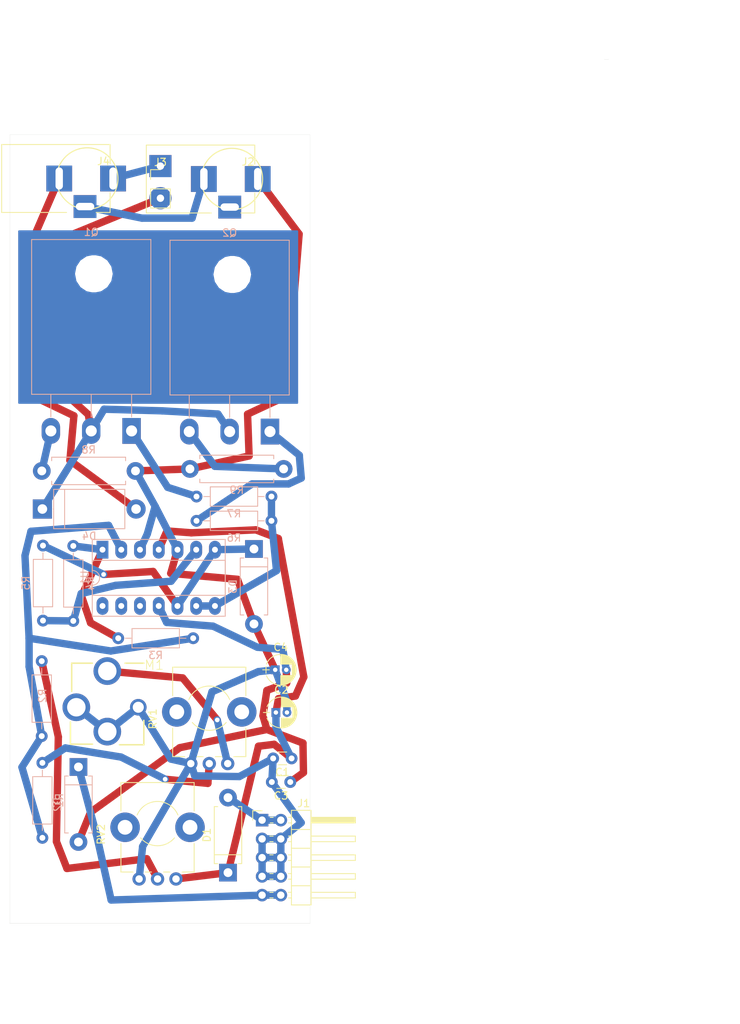
<source format=kicad_pcb>
(kicad_pcb (version 20171130) (host pcbnew "(6.0.0-rc1-dev-209-g91e3d21d6)")

  (general
    (thickness 1.6002)
    (drawings 11)
    (tracks 147)
    (zones 0)
    (modules 27)
    (nets 22)
  )

  (page A4)
  (title_block
    (date "15 jun 2016")
  )

  (layers
    (0 Front signal)
    (31 Back signal)
    (32 B.Adhes user)
    (33 F.Adhes user)
    (34 B.Paste user)
    (35 F.Paste user)
    (36 B.SilkS user)
    (37 F.SilkS user)
    (38 B.Mask user)
    (39 F.Mask user)
    (40 Dwgs.User user)
    (41 Cmts.User user)
    (42 Eco1.User user)
    (43 Eco2.User user)
    (44 Edge.Cuts user)
    (45 Margin user)
    (46 B.CrtYd user)
    (47 F.CrtYd user)
    (48 B.Fab user)
    (49 F.Fab user)
  )

  (setup
    (last_trace_width 0.2032)
    (trace_clearance 0.254)
    (zone_clearance 0.508)
    (zone_45_only yes)
    (trace_min 0.2032)
    (via_size 0.889)
    (via_drill 0.635)
    (via_min_size 0.889)
    (via_min_drill 0.508)
    (uvia_size 0.508)
    (uvia_drill 0.127)
    (uvias_allowed no)
    (uvia_min_size 0.508)
    (uvia_min_drill 0.127)
    (edge_width 0.02032)
    (segment_width 0.381)
    (pcb_text_width 0.3048)
    (pcb_text_size 1.524 2.032)
    (mod_edge_width 0.381)
    (mod_text_size 1.524 1.524)
    (mod_text_width 0.3048)
    (pad_size 3 3)
    (pad_drill 1)
    (pad_to_mask_clearance 0.254)
    (aux_axis_origin 0 0)
    (visible_elements FFFFFF7F)
    (pcbplotparams
      (layerselection 0x010c0_ffffffff)
      (usegerberextensions true)
      (usegerberattributes false)
      (usegerberadvancedattributes false)
      (creategerberjobfile false)
      (excludeedgelayer true)
      (linewidth 0.150000)
      (plotframeref false)
      (viasonmask false)
      (mode 1)
      (useauxorigin false)
      (hpglpennumber 1)
      (hpglpenspeed 20)
      (hpglpendiameter 15.000000)
      (psnegative false)
      (psa4output false)
      (plotreference false)
      (plotvalue false)
      (plotinvisibletext false)
      (padsonsilk false)
      (subtractmaskfromsilk false)
      (outputformat 1)
      (mirror false)
      (drillshape 0)
      (scaleselection 1)
      (outputdirectory ""))
  )

  (net 0 "")
  (net 1 GND)
  (net 2 +12V)
  (net 3 -12V)
  (net 4 "Net-(D1-Pad2)")
  (net 5 "Net-(D2-Pad1)")
  (net 6 "Net-(D3-Pad1)")
  (net 7 "Net-(D4-Pad2)")
  (net 8 "Net-(D4-Pad1)")
  (net 9 +15V)
  (net 10 "Net-(J3-Pad1)")
  (net 11 "Net-(M1-Pad3)")
  (net 12 "Net-(Q1-Pad3)")
  (net 13 "Net-(Q1-Pad1)")
  (net 14 "Net-(Q2-Pad1)")
  (net 15 "Net-(Q2-Pad3)")
  (net 16 "Net-(R1-Pad2)")
  (net 17 "Net-(R1-Pad1)")
  (net 18 "Net-(R2-Pad2)")
  (net 19 "Net-(R3-Pad1)")
  (net 20 "Net-(R4-Pad1)")
  (net 21 "Net-(R6-Pad2)")

  (net_class Default "This is the default net class."
    (clearance 0.254)
    (trace_width 0.2032)
    (via_dia 0.889)
    (via_drill 0.635)
    (uvia_dia 0.508)
    (uvia_drill 0.127)
    (diff_pair_width 0.2032)
    (diff_pair_gap 0.25)
  )

  (net_class thoicker ""
    (clearance 0.254)
    (trace_width 1)
    (via_dia 0.889)
    (via_drill 0.635)
    (uvia_dia 0.508)
    (uvia_drill 0.127)
    (diff_pair_width 1)
    (diff_pair_gap 0.25)
    (add_net +12V)
    (add_net +15V)
    (add_net -12V)
    (add_net GND)
    (add_net "Net-(D1-Pad2)")
    (add_net "Net-(D2-Pad1)")
    (add_net "Net-(D3-Pad1)")
    (add_net "Net-(D4-Pad1)")
    (add_net "Net-(D4-Pad2)")
    (add_net "Net-(J3-Pad1)")
    (add_net "Net-(M1-Pad3)")
    (add_net "Net-(Q1-Pad1)")
    (add_net "Net-(Q1-Pad3)")
    (add_net "Net-(Q2-Pad1)")
    (add_net "Net-(Q2-Pad3)")
    (add_net "Net-(R1-Pad1)")
    (add_net "Net-(R1-Pad2)")
    (add_net "Net-(R2-Pad2)")
    (add_net "Net-(R3-Pad1)")
    (add_net "Net-(R4-Pad1)")
    (add_net "Net-(R6-Pad2)")
  )

  (module TO_SOT_Packages_THT:TO-218_SOT93_Horizontal (layer Back) (tedit 58CE52AD) (tstamp 5CF9028E)
    (at 85.08 75.39 180)
    (descr "TO-218, Horizontal, RM 5.47mm, SOT93")
    (tags "TO-218 Horizontal RM 5.47mm SOT93")
    (path /5CF57C59)
    (fp_text reference Q2 (at 5.47 26.92 180) (layer B.SilkS)
      (effects (font (size 1 1) (thickness 0.15)) (justify mirror))
    )
    (fp_text value TIP3055 (at 5.47 -2.75 180) (layer B.Fab)
      (effects (font (size 1 1) (thickness 0.15)) (justify mirror))
    )
    (fp_text user %R (at 5.47 26.92 180) (layer B.Fab)
      (effects (font (size 1 1) (thickness 0.15)) (justify mirror))
    )
    (fp_line (start -2.49 17.78) (end -2.49 25.8) (layer B.Fab) (width 0.1))
    (fp_line (start -2.49 25.8) (end 13.43 25.8) (layer B.Fab) (width 0.1))
    (fp_line (start 13.43 25.8) (end 13.43 17.78) (layer B.Fab) (width 0.1))
    (fp_line (start 13.43 17.78) (end -2.49 17.78) (layer B.Fab) (width 0.1))
    (fp_line (start -2.49 5.08) (end -2.49 17.78) (layer B.Fab) (width 0.1))
    (fp_line (start -2.49 17.78) (end 13.43 17.78) (layer B.Fab) (width 0.1))
    (fp_line (start 13.43 17.78) (end 13.43 5.08) (layer B.Fab) (width 0.1))
    (fp_line (start 13.43 5.08) (end -2.49 5.08) (layer B.Fab) (width 0.1))
    (fp_line (start 0 5.08) (end 0 0) (layer B.Fab) (width 0.1))
    (fp_line (start 5.47 5.08) (end 5.47 0) (layer B.Fab) (width 0.1))
    (fp_line (start 10.94 5.08) (end 10.94 0) (layer B.Fab) (width 0.1))
    (fp_line (start -2.611 4.96) (end 13.55 4.96) (layer B.SilkS) (width 0.12))
    (fp_line (start -2.611 25.92) (end 13.55 25.92) (layer B.SilkS) (width 0.12))
    (fp_line (start -2.611 25.92) (end -2.611 4.96) (layer B.SilkS) (width 0.12))
    (fp_line (start 13.55 25.92) (end 13.55 4.96) (layer B.SilkS) (width 0.12))
    (fp_line (start 0 4.96) (end 0 1.9) (layer B.SilkS) (width 0.12))
    (fp_line (start 5.47 4.96) (end 5.47 1.9) (layer B.SilkS) (width 0.12))
    (fp_line (start 10.94 4.96) (end 10.94 1.9) (layer B.SilkS) (width 0.12))
    (fp_line (start -2.74 26.05) (end -2.74 -2) (layer B.CrtYd) (width 0.05))
    (fp_line (start -2.74 -2) (end 13.69 -2) (layer B.CrtYd) (width 0.05))
    (fp_line (start 13.69 -2) (end 13.69 26.05) (layer B.CrtYd) (width 0.05))
    (fp_line (start 13.69 26.05) (end -2.74 26.05) (layer B.CrtYd) (width 0.05))
    (fp_circle (center 5.11 21.28) (end 7.225 21.28) (layer B.Fab) (width 0.1))
    (pad 0 np_thru_hole oval (at 5.11 21.28 180) (size 4 4) (drill 4) (layers *.Cu *.Mask))
    (pad 1 thru_hole rect (at 0 0 180) (size 2.5 3.5) (drill 1.5) (layers *.Cu *.Mask)
      (net 14 "Net-(Q2-Pad1)"))
    (pad 2 thru_hole oval (at 5.47 0 180) (size 2.5 3.5) (drill 1.5) (layers *.Cu *.Mask)
      (net 8 "Net-(D4-Pad1)"))
    (pad 3 thru_hole oval (at 10.94 0 180) (size 2.5 3.5) (drill 1.5) (layers *.Cu *.Mask)
      (net 15 "Net-(Q2-Pad3)"))
    (model ${KISYS3DMOD}/TO_SOT_Packages_THT.3dshapes/TO-218_SOT93_Horizontal.wrl
      (offset (xyz 5.199989521903992 0 0))
      (scale (xyz 1 1 1))
      (rotate (xyz 0 0 0))
    )
  )

  (module Connectors:BARREL_JACK (layer Front) (tedit 5CFF6EC6) (tstamp 5CF9020D)
    (at 82.12 41.18)
    (descr "DC Barrel Jack")
    (tags "Power Jack")
    (path /5CF64BDA)
    (fp_text reference J2 (at 0 -2.33) (layer F.SilkS)
      (effects (font (size 1 1) (thickness 0.15)))
    )
    (fp_text value Barrel_Jack_Switch (at 0 7.41) (layer F.Fab)
      (effects (font (size 1 1) (thickness 0.15)))
    )
    (fp_circle (center -2.2 0) (end -0.3 3.7) (layer F.SilkS) (width 0.15))
    (fp_text user %R (at 0 2.54 90) (layer F.Fab)
      (effects (font (size 1 1) (thickness 0.15)))
    )
    (fp_line (start 0.8 -4.5) (end -13.7 -4.5) (layer F.Fab) (width 0.1))
    (fp_line (start 0.8 4.5) (end 0.8 -4.5) (layer F.Fab) (width 0.1))
    (fp_line (start -13.7 4.5) (end 0.8 4.5) (layer F.Fab) (width 0.1))
    (fp_line (start -13.7 -4.5) (end -13.7 4.5) (layer F.Fab) (width 0.1))
    (fp_line (start -10.2 -4.5) (end -10.2 4.5) (layer F.Fab) (width 0.1))
    (fp_line (start 0.9 -4.6) (end 0.9 -2) (layer F.SilkS) (width 0.12))
    (fp_line (start -13.8 -4.6) (end 0.9 -4.6) (layer F.SilkS) (width 0.12))
    (fp_line (start 0.9 4.6) (end -1 4.6) (layer F.SilkS) (width 0.12))
    (fp_line (start 0.9 1.9) (end 0.9 4.6) (layer F.SilkS) (width 0.12))
    (fp_line (start -13.8 4.6) (end -13.8 -4.6) (layer F.SilkS) (width 0.12))
    (fp_line (start -5 4.6) (end -13.8 4.6) (layer F.SilkS) (width 0.12))
    (fp_line (start -14 4.75) (end -14 -4.75) (layer F.CrtYd) (width 0.05))
    (fp_line (start -5 4.75) (end -14 4.75) (layer F.CrtYd) (width 0.05))
    (fp_line (start -5 6.75) (end -5 4.75) (layer F.CrtYd) (width 0.05))
    (fp_line (start -1 6.75) (end -5 6.75) (layer F.CrtYd) (width 0.05))
    (fp_line (start -1 4.75) (end -1 6.75) (layer F.CrtYd) (width 0.05))
    (fp_line (start 1 4.75) (end -1 4.75) (layer F.CrtYd) (width 0.05))
    (fp_line (start 1 2) (end 1 4.75) (layer F.CrtYd) (width 0.05))
    (fp_line (start 2 2) (end 1 2) (layer F.CrtYd) (width 0.05))
    (fp_line (start 2 -2) (end 2 2) (layer F.CrtYd) (width 0.05))
    (fp_line (start 1 -2) (end 2 -2) (layer F.CrtYd) (width 0.05))
    (fp_line (start 1 -4.5) (end 1 -2) (layer F.CrtYd) (width 0.05))
    (fp_line (start 1 -4.75) (end -14 -4.75) (layer F.CrtYd) (width 0.05))
    (fp_line (start 1 -4.5) (end 1 -4.75) (layer F.CrtYd) (width 0.05))
    (pad 2 thru_hole rect (at -2.5 3.8) (size 3.1 3.1) (drill oval 2.5 1) (layers *.Cu *.Mask))
    (pad 1 thru_hole rect (at -6 0) (size 3.5 3.5) (drill oval 1 3) (layers *.Cu *.Mask)
      (net 9 +15V))
    (pad 3 thru_hole rect (at 1.3 0) (size 3.5 3.5) (drill oval 1 3) (layers *.Cu *.Mask)
      (net 1 GND))
  )

  (module Connectors:BARREL_JACK (layer Front) (tedit 5CFF6EC6) (tstamp 5CF9023A)
    (at 62.51 41.11)
    (descr "DC Barrel Jack")
    (tags "Power Jack")
    (path /5CF61100)
    (fp_text reference J4 (at 0 -2.33) (layer F.SilkS)
      (effects (font (size 1 1) (thickness 0.15)))
    )
    (fp_text value Barrel_Jack_Switch (at 0 7.41) (layer F.Fab)
      (effects (font (size 1 1) (thickness 0.15)))
    )
    (fp_circle (center -2.2 0) (end -0.3 3.7) (layer F.SilkS) (width 0.15))
    (fp_text user %R (at -1.065001 -7.395001 90) (layer F.Fab)
      (effects (font (size 1 1) (thickness 0.15)))
    )
    (fp_line (start 0.8 -4.5) (end -13.7 -4.5) (layer F.Fab) (width 0.1))
    (fp_line (start 0.8 4.5) (end 0.8 -4.5) (layer F.Fab) (width 0.1))
    (fp_line (start -13.7 4.5) (end 0.8 4.5) (layer F.Fab) (width 0.1))
    (fp_line (start -13.7 -4.5) (end -13.7 4.5) (layer F.Fab) (width 0.1))
    (fp_line (start -10.2 -4.5) (end -10.2 4.5) (layer F.Fab) (width 0.1))
    (fp_line (start 0.9 -4.6) (end 0.9 -2) (layer F.SilkS) (width 0.12))
    (fp_line (start -13.8 -4.6) (end 0.9 -4.6) (layer F.SilkS) (width 0.12))
    (fp_line (start 0.9 4.6) (end -1 4.6) (layer F.SilkS) (width 0.12))
    (fp_line (start 0.9 1.9) (end 0.9 4.6) (layer F.SilkS) (width 0.12))
    (fp_line (start -13.8 4.6) (end -13.8 -4.6) (layer F.SilkS) (width 0.12))
    (fp_line (start -5 4.6) (end -13.8 4.6) (layer F.SilkS) (width 0.12))
    (fp_line (start -14 4.75) (end -14 -4.75) (layer F.CrtYd) (width 0.05))
    (fp_line (start -5 4.75) (end -14 4.75) (layer F.CrtYd) (width 0.05))
    (fp_line (start -5 6.75) (end -5 4.75) (layer F.CrtYd) (width 0.05))
    (fp_line (start -1 6.75) (end -5 6.75) (layer F.CrtYd) (width 0.05))
    (fp_line (start -1 4.75) (end -1 6.75) (layer F.CrtYd) (width 0.05))
    (fp_line (start 1 4.75) (end -1 4.75) (layer F.CrtYd) (width 0.05))
    (fp_line (start 1 2) (end 1 4.75) (layer F.CrtYd) (width 0.05))
    (fp_line (start 2 2) (end 1 2) (layer F.CrtYd) (width 0.05))
    (fp_line (start 2 -2) (end 2 2) (layer F.CrtYd) (width 0.05))
    (fp_line (start 1 -2) (end 2 -2) (layer F.CrtYd) (width 0.05))
    (fp_line (start 1 -4.5) (end 1 -2) (layer F.CrtYd) (width 0.05))
    (fp_line (start 1 -4.75) (end -14 -4.75) (layer F.CrtYd) (width 0.05))
    (fp_line (start 1 -4.5) (end 1 -4.75) (layer F.CrtYd) (width 0.05))
    (pad 2 thru_hole rect (at -2.5 3.8) (size 3.1 3.1) (drill oval 2.5 1) (layers *.Cu *.Mask)
      (net 9 +15V))
    (pad 1 thru_hole rect (at -6 0) (size 3.5 3.5) (drill oval 1 3) (layers *.Cu *.Mask)
      (net 7 "Net-(D4-Pad2)"))
    (pad 3 thru_hole rect (at 1.3 0) (size 3.5 3.5) (drill oval 1 3) (layers *.Cu *.Mask)
      (net 10 "Net-(J3-Pad1)"))
  )

  (module Pin_Headers:Pin_Header_Straight_1x02_Pitch2.54mm (layer Front) (tedit 5CFF6F37) (tstamp 5CF90223)
    (at 70.23 41.24)
    (descr "Through hole straight pin header, 1x02, 2.54mm pitch, single row")
    (tags "Through hole pin header THT 1x02 2.54mm single row")
    (path /5CF57447)
    (fp_text reference J3 (at 0 -2.33) (layer F.SilkS)
      (effects (font (size 1 1) (thickness 0.15)))
    )
    (fp_text value Conn_01x02_Male (at 2.92 6.1) (layer F.Fab)
      (effects (font (size 1 1) (thickness 0.15)))
    )
    (fp_line (start -0.635 -1.27) (end 1.27 -1.27) (layer F.Fab) (width 0.1))
    (fp_line (start 1.27 -1.27) (end 1.27 3.81) (layer F.Fab) (width 0.1))
    (fp_line (start 1.27 3.81) (end -1.27 3.81) (layer F.Fab) (width 0.1))
    (fp_line (start -1.27 3.81) (end -1.27 -0.635) (layer F.Fab) (width 0.1))
    (fp_line (start -1.27 -0.635) (end -0.635 -1.27) (layer F.Fab) (width 0.1))
    (fp_line (start -1.33 3.87) (end 1.33 3.87) (layer F.SilkS) (width 0.12))
    (fp_line (start -1.33 1.27) (end -1.33 3.87) (layer F.SilkS) (width 0.12))
    (fp_line (start 1.33 1.27) (end 1.33 3.87) (layer F.SilkS) (width 0.12))
    (fp_line (start -1.33 1.27) (end 1.33 1.27) (layer F.SilkS) (width 0.12))
    (fp_line (start -1.33 0) (end -1.33 -1.33) (layer F.SilkS) (width 0.12))
    (fp_line (start -1.33 -1.33) (end 0 -1.33) (layer F.SilkS) (width 0.12))
    (fp_line (start -1.8 -1.8) (end -1.8 4.35) (layer F.CrtYd) (width 0.05))
    (fp_line (start -1.8 4.35) (end 1.8 4.35) (layer F.CrtYd) (width 0.05))
    (fp_line (start 1.8 4.35) (end 1.8 -1.8) (layer F.CrtYd) (width 0.05))
    (fp_line (start 1.8 -1.8) (end -1.8 -1.8) (layer F.CrtYd) (width 0.05))
    (fp_text user %R (at 0 1.27 90) (layer F.Fab)
      (effects (font (size 1 1) (thickness 0.15)))
    )
    (pad 1 thru_hole rect (at 0 -1.81) (size 3 3) (drill 1) (layers *.Cu *.Mask)
      (net 10 "Net-(J3-Pad1)"))
    (pad 2 thru_hole oval (at 0 2.54) (size 3 3) (drill 1) (layers *.Cu *.Mask)
      (net 8 "Net-(D4-Pad1)"))
    (model ${KISYS3DMOD}/Pin_Headers.3dshapes/Pin_Header_Straight_1x02_Pitch2.54mm.wrl
      (at (xyz 0 0 0))
      (scale (xyz 1 1 1))
      (rotate (xyz 0 0 0))
    )
  )

  (module Capacitors_THT:C_Disc_D3.0mm_W1.6mm_P2.50mm (layer Front) (tedit 5CF9593D) (tstamp 5CF9003A)
    (at 88.01 119.66 180)
    (descr "C, Disc series, Radial, pin pitch=2.50mm, , diameter*width=3.0*1.6mm^2, Capacitor, http://www.vishay.com/docs/45233/krseries.pdf")
    (tags "C Disc series Radial pin pitch 2.50mm  diameter 3.0mm width 1.6mm Capacitor")
    (path /5CF573BB)
    (fp_text reference C1 (at 1.25 -1.86 180) (layer F.SilkS)
      (effects (font (size 1 1) (thickness 0.15)))
    )
    (fp_text value 100N (at 1.25 1.86 180) (layer F.Fab)
      (effects (font (size 1 1) (thickness 0.15)))
    )
    (fp_line (start 3.55 -1.15) (end -1.05 -1.15) (layer F.CrtYd) (width 0.05))
    (fp_line (start 3.55 1.15) (end 3.55 -1.15) (layer F.CrtYd) (width 0.05))
    (fp_line (start -1.05 1.15) (end 3.55 1.15) (layer F.CrtYd) (width 0.05))
    (fp_line (start -1.05 -1.15) (end -1.05 1.15) (layer F.CrtYd) (width 0.05))
    (fp_line (start 0.663 0.861) (end 1.837 0.861) (layer F.SilkS) (width 0.12))
    (fp_line (start 0.663 -0.861) (end 1.837 -0.861) (layer F.SilkS) (width 0.12))
    (fp_line (start 2.75 -0.8) (end -0.25 -0.8) (layer F.Fab) (width 0.1))
    (fp_line (start 2.75 0.8) (end 2.75 -0.8) (layer F.Fab) (width 0.1))
    (fp_line (start -0.25 0.8) (end 2.75 0.8) (layer F.Fab) (width 0.1))
    (fp_line (start -0.25 -0.8) (end -0.25 0.8) (layer F.Fab) (width 0.1))
    (fp_text user %R (at 3.31 0.89 180) (layer F.Fab)
      (effects (font (size 0.7 0.7) (thickness 0.105)))
    )
    (pad 2 thru_hole circle (at 2.5 0 180) (size 1.6 1.6) (drill 0.8) (layers *.Cu *.Mask)
      (net 1 GND))
    (pad 1 thru_hole circle (at 0 0 180) (size 1.6 1.6) (drill 0.8) (layers *.Cu *.Mask)
      (net 2 +12V))
    (model ${KISYS3DMOD}/Capacitors_THT.3dshapes/C_Disc_D3.0mm_W1.6mm_P2.50mm.wrl
      (at (xyz 0 0 0))
      (scale (xyz 0.393701 0.393701 0.393701))
      (rotate (xyz 0 0 0))
    )
  )

  (module Capacitors_ThroughHole:CP_Radial_D4.0mm_P1.50mm (layer Front) (tedit 5920C256) (tstamp 5CF900A9)
    (at 85.88 113.44)
    (descr "CP, Radial series, Radial, pin pitch=1.50mm, , diameter=4mm, Electrolytic Capacitor")
    (tags "CP Radial series Radial pin pitch 1.50mm  diameter 4mm Electrolytic Capacitor")
    (path /5CF768A0)
    (fp_text reference C2 (at 0.75 -3.06) (layer F.SilkS)
      (effects (font (size 1 1) (thickness 0.15)))
    )
    (fp_text value CP_Small (at 0.75 3.06) (layer F.Fab)
      (effects (font (size 1 1) (thickness 0.15)))
    )
    (fp_text user %R (at 0.525 0) (layer F.Fab)
      (effects (font (size 1 1) (thickness 0.15)))
    )
    (fp_line (start -1.7 0) (end -0.8 0) (layer F.Fab) (width 0.1))
    (fp_line (start -1.25 -0.45) (end -1.25 0.45) (layer F.Fab) (width 0.1))
    (fp_line (start 0.75 0.78) (end 0.75 2.05) (layer F.SilkS) (width 0.12))
    (fp_line (start 0.75 -2.05) (end 0.75 -0.78) (layer F.SilkS) (width 0.12))
    (fp_line (start 0.79 -2.05) (end 0.79 -0.78) (layer F.SilkS) (width 0.12))
    (fp_line (start 0.79 0.78) (end 0.79 2.05) (layer F.SilkS) (width 0.12))
    (fp_line (start 0.83 -2.049) (end 0.83 -0.78) (layer F.SilkS) (width 0.12))
    (fp_line (start 0.83 0.78) (end 0.83 2.049) (layer F.SilkS) (width 0.12))
    (fp_line (start 0.87 -2.047) (end 0.87 -0.78) (layer F.SilkS) (width 0.12))
    (fp_line (start 0.87 0.78) (end 0.87 2.047) (layer F.SilkS) (width 0.12))
    (fp_line (start 0.91 -2.044) (end 0.91 -0.78) (layer F.SilkS) (width 0.12))
    (fp_line (start 0.91 0.78) (end 0.91 2.044) (layer F.SilkS) (width 0.12))
    (fp_line (start 0.95 -2.041) (end 0.95 -0.78) (layer F.SilkS) (width 0.12))
    (fp_line (start 0.95 0.78) (end 0.95 2.041) (layer F.SilkS) (width 0.12))
    (fp_line (start 0.99 -2.037) (end 0.99 -0.78) (layer F.SilkS) (width 0.12))
    (fp_line (start 0.99 0.78) (end 0.99 2.037) (layer F.SilkS) (width 0.12))
    (fp_line (start 1.03 -2.032) (end 1.03 -0.78) (layer F.SilkS) (width 0.12))
    (fp_line (start 1.03 0.78) (end 1.03 2.032) (layer F.SilkS) (width 0.12))
    (fp_line (start 1.07 -2.026) (end 1.07 -0.78) (layer F.SilkS) (width 0.12))
    (fp_line (start 1.07 0.78) (end 1.07 2.026) (layer F.SilkS) (width 0.12))
    (fp_line (start 1.11 -2.019) (end 1.11 -0.78) (layer F.SilkS) (width 0.12))
    (fp_line (start 1.11 0.78) (end 1.11 2.019) (layer F.SilkS) (width 0.12))
    (fp_line (start 1.15 -2.012) (end 1.15 -0.78) (layer F.SilkS) (width 0.12))
    (fp_line (start 1.15 0.78) (end 1.15 2.012) (layer F.SilkS) (width 0.12))
    (fp_line (start 1.19 -2.004) (end 1.19 -0.78) (layer F.SilkS) (width 0.12))
    (fp_line (start 1.19 0.78) (end 1.19 2.004) (layer F.SilkS) (width 0.12))
    (fp_line (start 1.23 -1.995) (end 1.23 -0.78) (layer F.SilkS) (width 0.12))
    (fp_line (start 1.23 0.78) (end 1.23 1.995) (layer F.SilkS) (width 0.12))
    (fp_line (start 1.27 -1.985) (end 1.27 -0.78) (layer F.SilkS) (width 0.12))
    (fp_line (start 1.27 0.78) (end 1.27 1.985) (layer F.SilkS) (width 0.12))
    (fp_line (start 1.31 -1.974) (end 1.31 -0.78) (layer F.SilkS) (width 0.12))
    (fp_line (start 1.31 0.78) (end 1.31 1.974) (layer F.SilkS) (width 0.12))
    (fp_line (start 1.35 -1.963) (end 1.35 -0.78) (layer F.SilkS) (width 0.12))
    (fp_line (start 1.35 0.78) (end 1.35 1.963) (layer F.SilkS) (width 0.12))
    (fp_line (start 1.39 -1.95) (end 1.39 -0.78) (layer F.SilkS) (width 0.12))
    (fp_line (start 1.39 0.78) (end 1.39 1.95) (layer F.SilkS) (width 0.12))
    (fp_line (start 1.43 -1.937) (end 1.43 -0.78) (layer F.SilkS) (width 0.12))
    (fp_line (start 1.43 0.78) (end 1.43 1.937) (layer F.SilkS) (width 0.12))
    (fp_line (start 1.471 -1.923) (end 1.471 -0.78) (layer F.SilkS) (width 0.12))
    (fp_line (start 1.471 0.78) (end 1.471 1.923) (layer F.SilkS) (width 0.12))
    (fp_line (start 1.511 -1.907) (end 1.511 -0.78) (layer F.SilkS) (width 0.12))
    (fp_line (start 1.511 0.78) (end 1.511 1.907) (layer F.SilkS) (width 0.12))
    (fp_line (start 1.551 -1.891) (end 1.551 -0.78) (layer F.SilkS) (width 0.12))
    (fp_line (start 1.551 0.78) (end 1.551 1.891) (layer F.SilkS) (width 0.12))
    (fp_line (start 1.591 -1.874) (end 1.591 -0.78) (layer F.SilkS) (width 0.12))
    (fp_line (start 1.591 0.78) (end 1.591 1.874) (layer F.SilkS) (width 0.12))
    (fp_line (start 1.631 -1.856) (end 1.631 -0.78) (layer F.SilkS) (width 0.12))
    (fp_line (start 1.631 0.78) (end 1.631 1.856) (layer F.SilkS) (width 0.12))
    (fp_line (start 1.671 -1.837) (end 1.671 -0.78) (layer F.SilkS) (width 0.12))
    (fp_line (start 1.671 0.78) (end 1.671 1.837) (layer F.SilkS) (width 0.12))
    (fp_line (start 1.711 -1.817) (end 1.711 -0.78) (layer F.SilkS) (width 0.12))
    (fp_line (start 1.711 0.78) (end 1.711 1.817) (layer F.SilkS) (width 0.12))
    (fp_line (start 1.751 -1.796) (end 1.751 -0.78) (layer F.SilkS) (width 0.12))
    (fp_line (start 1.751 0.78) (end 1.751 1.796) (layer F.SilkS) (width 0.12))
    (fp_line (start 1.791 -1.773) (end 1.791 -0.78) (layer F.SilkS) (width 0.12))
    (fp_line (start 1.791 0.78) (end 1.791 1.773) (layer F.SilkS) (width 0.12))
    (fp_line (start 1.831 -1.75) (end 1.831 -0.78) (layer F.SilkS) (width 0.12))
    (fp_line (start 1.831 0.78) (end 1.831 1.75) (layer F.SilkS) (width 0.12))
    (fp_line (start 1.871 -1.725) (end 1.871 -0.78) (layer F.SilkS) (width 0.12))
    (fp_line (start 1.871 0.78) (end 1.871 1.725) (layer F.SilkS) (width 0.12))
    (fp_line (start 1.911 -1.699) (end 1.911 -0.78) (layer F.SilkS) (width 0.12))
    (fp_line (start 1.911 0.78) (end 1.911 1.699) (layer F.SilkS) (width 0.12))
    (fp_line (start 1.951 -1.672) (end 1.951 -0.78) (layer F.SilkS) (width 0.12))
    (fp_line (start 1.951 0.78) (end 1.951 1.672) (layer F.SilkS) (width 0.12))
    (fp_line (start 1.991 -1.643) (end 1.991 -0.78) (layer F.SilkS) (width 0.12))
    (fp_line (start 1.991 0.78) (end 1.991 1.643) (layer F.SilkS) (width 0.12))
    (fp_line (start 2.031 -1.613) (end 2.031 -0.78) (layer F.SilkS) (width 0.12))
    (fp_line (start 2.031 0.78) (end 2.031 1.613) (layer F.SilkS) (width 0.12))
    (fp_line (start 2.071 -1.581) (end 2.071 -0.78) (layer F.SilkS) (width 0.12))
    (fp_line (start 2.071 0.78) (end 2.071 1.581) (layer F.SilkS) (width 0.12))
    (fp_line (start 2.111 -1.547) (end 2.111 -0.78) (layer F.SilkS) (width 0.12))
    (fp_line (start 2.111 0.78) (end 2.111 1.547) (layer F.SilkS) (width 0.12))
    (fp_line (start 2.151 -1.512) (end 2.151 -0.78) (layer F.SilkS) (width 0.12))
    (fp_line (start 2.151 0.78) (end 2.151 1.512) (layer F.SilkS) (width 0.12))
    (fp_line (start 2.191 -1.475) (end 2.191 -0.78) (layer F.SilkS) (width 0.12))
    (fp_line (start 2.191 0.78) (end 2.191 1.475) (layer F.SilkS) (width 0.12))
    (fp_line (start 2.231 -1.436) (end 2.231 -0.78) (layer F.SilkS) (width 0.12))
    (fp_line (start 2.231 0.78) (end 2.231 1.436) (layer F.SilkS) (width 0.12))
    (fp_line (start 2.271 -1.395) (end 2.271 -0.78) (layer F.SilkS) (width 0.12))
    (fp_line (start 2.271 0.78) (end 2.271 1.395) (layer F.SilkS) (width 0.12))
    (fp_line (start 2.311 -1.351) (end 2.311 1.351) (layer F.SilkS) (width 0.12))
    (fp_line (start 2.351 -1.305) (end 2.351 1.305) (layer F.SilkS) (width 0.12))
    (fp_line (start 2.391 -1.256) (end 2.391 1.256) (layer F.SilkS) (width 0.12))
    (fp_line (start 2.431 -1.204) (end 2.431 1.204) (layer F.SilkS) (width 0.12))
    (fp_line (start 2.471 -1.148) (end 2.471 1.148) (layer F.SilkS) (width 0.12))
    (fp_line (start 2.511 -1.088) (end 2.511 1.088) (layer F.SilkS) (width 0.12))
    (fp_line (start 2.551 -1.023) (end 2.551 1.023) (layer F.SilkS) (width 0.12))
    (fp_line (start 2.591 -0.952) (end 2.591 0.952) (layer F.SilkS) (width 0.12))
    (fp_line (start 2.631 -0.874) (end 2.631 0.874) (layer F.SilkS) (width 0.12))
    (fp_line (start 2.671 -0.786) (end 2.671 0.786) (layer F.SilkS) (width 0.12))
    (fp_line (start 2.711 -0.686) (end 2.711 0.686) (layer F.SilkS) (width 0.12))
    (fp_line (start 2.751 -0.567) (end 2.751 0.567) (layer F.SilkS) (width 0.12))
    (fp_line (start 2.791 -0.415) (end 2.791 0.415) (layer F.SilkS) (width 0.12))
    (fp_line (start 2.831 -0.165) (end 2.831 0.165) (layer F.SilkS) (width 0.12))
    (fp_line (start -1.7 0) (end -0.8 0) (layer F.SilkS) (width 0.12))
    (fp_line (start -1.25 -0.45) (end -1.25 0.45) (layer F.SilkS) (width 0.12))
    (fp_line (start -1.6 -2.35) (end -1.6 2.35) (layer F.CrtYd) (width 0.05))
    (fp_line (start -1.6 2.35) (end 3.1 2.35) (layer F.CrtYd) (width 0.05))
    (fp_line (start 3.1 2.35) (end 3.1 -2.35) (layer F.CrtYd) (width 0.05))
    (fp_line (start 3.1 -2.35) (end -1.6 -2.35) (layer F.CrtYd) (width 0.05))
    (fp_circle (center 0.75 0) (end 2.75 0) (layer F.Fab) (width 0.1))
    (fp_arc (start 0.75 0) (end -1.188995 -0.78) (angle 136.2) (layer F.SilkS) (width 0.12))
    (fp_arc (start 0.75 0) (end -1.188995 0.78) (angle -136.2) (layer F.SilkS) (width 0.12))
    (fp_arc (start 0.75 0) (end 2.688995 -0.78) (angle 43.8) (layer F.SilkS) (width 0.12))
    (pad 1 thru_hole rect (at 0 0) (size 1.2 1.2) (drill 0.6) (layers *.Cu *.Mask)
      (net 2 +12V))
    (pad 2 thru_hole circle (at 1.5 0) (size 1.2 1.2) (drill 0.6) (layers *.Cu *.Mask)
      (net 1 GND))
    (model ${KISYS3DMOD}/Capacitors_THT.3dshapes/CP_Radial_D4.0mm_P1.50mm.wrl
      (at (xyz 0 0 0))
      (scale (xyz 1 1 1))
      (rotate (xyz 0 0 0))
    )
  )

  (module Capacitors_THT:C_Disc_D3.0mm_W1.6mm_P2.50mm (layer Front) (tedit 5920C254) (tstamp 5CF900BA)
    (at 87.83 122.86 180)
    (descr "C, Disc series, Radial, pin pitch=2.50mm, , diameter*width=3.0*1.6mm^2, Capacitor, http://www.vishay.com/docs/45233/krseries.pdf")
    (tags "C Disc series Radial pin pitch 2.50mm  diameter 3.0mm width 1.6mm Capacitor")
    (path /5CF5F838)
    (fp_text reference C3 (at 1.25 -1.86 180) (layer F.SilkS)
      (effects (font (size 1 1) (thickness 0.15)))
    )
    (fp_text value 100N (at 1.25 1.86 180) (layer F.Fab)
      (effects (font (size 1 1) (thickness 0.15)))
    )
    (fp_text user %R (at 1.25 0 180) (layer F.Fab)
      (effects (font (size 0.7 0.7) (thickness 0.105)))
    )
    (fp_line (start -0.25 -0.8) (end -0.25 0.8) (layer F.Fab) (width 0.1))
    (fp_line (start -0.25 0.8) (end 2.75 0.8) (layer F.Fab) (width 0.1))
    (fp_line (start 2.75 0.8) (end 2.75 -0.8) (layer F.Fab) (width 0.1))
    (fp_line (start 2.75 -0.8) (end -0.25 -0.8) (layer F.Fab) (width 0.1))
    (fp_line (start 0.663 -0.861) (end 1.837 -0.861) (layer F.SilkS) (width 0.12))
    (fp_line (start 0.663 0.861) (end 1.837 0.861) (layer F.SilkS) (width 0.12))
    (fp_line (start -1.05 -1.15) (end -1.05 1.15) (layer F.CrtYd) (width 0.05))
    (fp_line (start -1.05 1.15) (end 3.55 1.15) (layer F.CrtYd) (width 0.05))
    (fp_line (start 3.55 1.15) (end 3.55 -1.15) (layer F.CrtYd) (width 0.05))
    (fp_line (start 3.55 -1.15) (end -1.05 -1.15) (layer F.CrtYd) (width 0.05))
    (pad 1 thru_hole circle (at 0 0 180) (size 1.6 1.6) (drill 0.8) (layers *.Cu *.Mask)
      (net 3 -12V))
    (pad 2 thru_hole circle (at 2.5 0 180) (size 1.6 1.6) (drill 0.8) (layers *.Cu *.Mask)
      (net 1 GND))
    (model ${KISYS3DMOD}/Capacitors_THT.3dshapes/C_Disc_D3.0mm_W1.6mm_P2.50mm.wrl
      (at (xyz 0 0 0))
      (scale (xyz 0.393701 0.393701 0.393701))
      (rotate (xyz 0 0 0))
    )
  )

  (module Capacitors_ThroughHole:CP_Radial_D4.0mm_P1.50mm (layer Front) (tedit 5920C256) (tstamp 5CF90129)
    (at 85.79 107.66)
    (descr "CP, Radial series, Radial, pin pitch=1.50mm, , diameter=4mm, Electrolytic Capacitor")
    (tags "CP Radial series Radial pin pitch 1.50mm  diameter 4mm Electrolytic Capacitor")
    (path /5CF57303)
    (fp_text reference C4 (at 0.75 -3.06) (layer F.SilkS)
      (effects (font (size 1 1) (thickness 0.15)))
    )
    (fp_text value CP_Small (at 0.75 3.06) (layer F.Fab)
      (effects (font (size 1 1) (thickness 0.15)))
    )
    (fp_arc (start 0.75 0) (end 2.688995 -0.78) (angle 43.8) (layer F.SilkS) (width 0.12))
    (fp_arc (start 0.75 0) (end -1.188995 0.78) (angle -136.2) (layer F.SilkS) (width 0.12))
    (fp_arc (start 0.75 0) (end -1.188995 -0.78) (angle 136.2) (layer F.SilkS) (width 0.12))
    (fp_circle (center 0.75 0) (end 2.75 0) (layer F.Fab) (width 0.1))
    (fp_line (start 3.1 -2.35) (end -1.6 -2.35) (layer F.CrtYd) (width 0.05))
    (fp_line (start 3.1 2.35) (end 3.1 -2.35) (layer F.CrtYd) (width 0.05))
    (fp_line (start -1.6 2.35) (end 3.1 2.35) (layer F.CrtYd) (width 0.05))
    (fp_line (start -1.6 -2.35) (end -1.6 2.35) (layer F.CrtYd) (width 0.05))
    (fp_line (start -1.25 -0.45) (end -1.25 0.45) (layer F.SilkS) (width 0.12))
    (fp_line (start -1.7 0) (end -0.8 0) (layer F.SilkS) (width 0.12))
    (fp_line (start 2.831 -0.165) (end 2.831 0.165) (layer F.SilkS) (width 0.12))
    (fp_line (start 2.791 -0.415) (end 2.791 0.415) (layer F.SilkS) (width 0.12))
    (fp_line (start 2.751 -0.567) (end 2.751 0.567) (layer F.SilkS) (width 0.12))
    (fp_line (start 2.711 -0.686) (end 2.711 0.686) (layer F.SilkS) (width 0.12))
    (fp_line (start 2.671 -0.786) (end 2.671 0.786) (layer F.SilkS) (width 0.12))
    (fp_line (start 2.631 -0.874) (end 2.631 0.874) (layer F.SilkS) (width 0.12))
    (fp_line (start 2.591 -0.952) (end 2.591 0.952) (layer F.SilkS) (width 0.12))
    (fp_line (start 2.551 -1.023) (end 2.551 1.023) (layer F.SilkS) (width 0.12))
    (fp_line (start 2.511 -1.088) (end 2.511 1.088) (layer F.SilkS) (width 0.12))
    (fp_line (start 2.471 -1.148) (end 2.471 1.148) (layer F.SilkS) (width 0.12))
    (fp_line (start 2.431 -1.204) (end 2.431 1.204) (layer F.SilkS) (width 0.12))
    (fp_line (start 2.391 -1.256) (end 2.391 1.256) (layer F.SilkS) (width 0.12))
    (fp_line (start 2.351 -1.305) (end 2.351 1.305) (layer F.SilkS) (width 0.12))
    (fp_line (start 2.311 -1.351) (end 2.311 1.351) (layer F.SilkS) (width 0.12))
    (fp_line (start 2.271 0.78) (end 2.271 1.395) (layer F.SilkS) (width 0.12))
    (fp_line (start 2.271 -1.395) (end 2.271 -0.78) (layer F.SilkS) (width 0.12))
    (fp_line (start 2.231 0.78) (end 2.231 1.436) (layer F.SilkS) (width 0.12))
    (fp_line (start 2.231 -1.436) (end 2.231 -0.78) (layer F.SilkS) (width 0.12))
    (fp_line (start 2.191 0.78) (end 2.191 1.475) (layer F.SilkS) (width 0.12))
    (fp_line (start 2.191 -1.475) (end 2.191 -0.78) (layer F.SilkS) (width 0.12))
    (fp_line (start 2.151 0.78) (end 2.151 1.512) (layer F.SilkS) (width 0.12))
    (fp_line (start 2.151 -1.512) (end 2.151 -0.78) (layer F.SilkS) (width 0.12))
    (fp_line (start 2.111 0.78) (end 2.111 1.547) (layer F.SilkS) (width 0.12))
    (fp_line (start 2.111 -1.547) (end 2.111 -0.78) (layer F.SilkS) (width 0.12))
    (fp_line (start 2.071 0.78) (end 2.071 1.581) (layer F.SilkS) (width 0.12))
    (fp_line (start 2.071 -1.581) (end 2.071 -0.78) (layer F.SilkS) (width 0.12))
    (fp_line (start 2.031 0.78) (end 2.031 1.613) (layer F.SilkS) (width 0.12))
    (fp_line (start 2.031 -1.613) (end 2.031 -0.78) (layer F.SilkS) (width 0.12))
    (fp_line (start 1.991 0.78) (end 1.991 1.643) (layer F.SilkS) (width 0.12))
    (fp_line (start 1.991 -1.643) (end 1.991 -0.78) (layer F.SilkS) (width 0.12))
    (fp_line (start 1.951 0.78) (end 1.951 1.672) (layer F.SilkS) (width 0.12))
    (fp_line (start 1.951 -1.672) (end 1.951 -0.78) (layer F.SilkS) (width 0.12))
    (fp_line (start 1.911 0.78) (end 1.911 1.699) (layer F.SilkS) (width 0.12))
    (fp_line (start 1.911 -1.699) (end 1.911 -0.78) (layer F.SilkS) (width 0.12))
    (fp_line (start 1.871 0.78) (end 1.871 1.725) (layer F.SilkS) (width 0.12))
    (fp_line (start 1.871 -1.725) (end 1.871 -0.78) (layer F.SilkS) (width 0.12))
    (fp_line (start 1.831 0.78) (end 1.831 1.75) (layer F.SilkS) (width 0.12))
    (fp_line (start 1.831 -1.75) (end 1.831 -0.78) (layer F.SilkS) (width 0.12))
    (fp_line (start 1.791 0.78) (end 1.791 1.773) (layer F.SilkS) (width 0.12))
    (fp_line (start 1.791 -1.773) (end 1.791 -0.78) (layer F.SilkS) (width 0.12))
    (fp_line (start 1.751 0.78) (end 1.751 1.796) (layer F.SilkS) (width 0.12))
    (fp_line (start 1.751 -1.796) (end 1.751 -0.78) (layer F.SilkS) (width 0.12))
    (fp_line (start 1.711 0.78) (end 1.711 1.817) (layer F.SilkS) (width 0.12))
    (fp_line (start 1.711 -1.817) (end 1.711 -0.78) (layer F.SilkS) (width 0.12))
    (fp_line (start 1.671 0.78) (end 1.671 1.837) (layer F.SilkS) (width 0.12))
    (fp_line (start 1.671 -1.837) (end 1.671 -0.78) (layer F.SilkS) (width 0.12))
    (fp_line (start 1.631 0.78) (end 1.631 1.856) (layer F.SilkS) (width 0.12))
    (fp_line (start 1.631 -1.856) (end 1.631 -0.78) (layer F.SilkS) (width 0.12))
    (fp_line (start 1.591 0.78) (end 1.591 1.874) (layer F.SilkS) (width 0.12))
    (fp_line (start 1.591 -1.874) (end 1.591 -0.78) (layer F.SilkS) (width 0.12))
    (fp_line (start 1.551 0.78) (end 1.551 1.891) (layer F.SilkS) (width 0.12))
    (fp_line (start 1.551 -1.891) (end 1.551 -0.78) (layer F.SilkS) (width 0.12))
    (fp_line (start 1.511 0.78) (end 1.511 1.907) (layer F.SilkS) (width 0.12))
    (fp_line (start 1.511 -1.907) (end 1.511 -0.78) (layer F.SilkS) (width 0.12))
    (fp_line (start 1.471 0.78) (end 1.471 1.923) (layer F.SilkS) (width 0.12))
    (fp_line (start 1.471 -1.923) (end 1.471 -0.78) (layer F.SilkS) (width 0.12))
    (fp_line (start 1.43 0.78) (end 1.43 1.937) (layer F.SilkS) (width 0.12))
    (fp_line (start 1.43 -1.937) (end 1.43 -0.78) (layer F.SilkS) (width 0.12))
    (fp_line (start 1.39 0.78) (end 1.39 1.95) (layer F.SilkS) (width 0.12))
    (fp_line (start 1.39 -1.95) (end 1.39 -0.78) (layer F.SilkS) (width 0.12))
    (fp_line (start 1.35 0.78) (end 1.35 1.963) (layer F.SilkS) (width 0.12))
    (fp_line (start 1.35 -1.963) (end 1.35 -0.78) (layer F.SilkS) (width 0.12))
    (fp_line (start 1.31 0.78) (end 1.31 1.974) (layer F.SilkS) (width 0.12))
    (fp_line (start 1.31 -1.974) (end 1.31 -0.78) (layer F.SilkS) (width 0.12))
    (fp_line (start 1.27 0.78) (end 1.27 1.985) (layer F.SilkS) (width 0.12))
    (fp_line (start 1.27 -1.985) (end 1.27 -0.78) (layer F.SilkS) (width 0.12))
    (fp_line (start 1.23 0.78) (end 1.23 1.995) (layer F.SilkS) (width 0.12))
    (fp_line (start 1.23 -1.995) (end 1.23 -0.78) (layer F.SilkS) (width 0.12))
    (fp_line (start 1.19 0.78) (end 1.19 2.004) (layer F.SilkS) (width 0.12))
    (fp_line (start 1.19 -2.004) (end 1.19 -0.78) (layer F.SilkS) (width 0.12))
    (fp_line (start 1.15 0.78) (end 1.15 2.012) (layer F.SilkS) (width 0.12))
    (fp_line (start 1.15 -2.012) (end 1.15 -0.78) (layer F.SilkS) (width 0.12))
    (fp_line (start 1.11 0.78) (end 1.11 2.019) (layer F.SilkS) (width 0.12))
    (fp_line (start 1.11 -2.019) (end 1.11 -0.78) (layer F.SilkS) (width 0.12))
    (fp_line (start 1.07 0.78) (end 1.07 2.026) (layer F.SilkS) (width 0.12))
    (fp_line (start 1.07 -2.026) (end 1.07 -0.78) (layer F.SilkS) (width 0.12))
    (fp_line (start 1.03 0.78) (end 1.03 2.032) (layer F.SilkS) (width 0.12))
    (fp_line (start 1.03 -2.032) (end 1.03 -0.78) (layer F.SilkS) (width 0.12))
    (fp_line (start 0.99 0.78) (end 0.99 2.037) (layer F.SilkS) (width 0.12))
    (fp_line (start 0.99 -2.037) (end 0.99 -0.78) (layer F.SilkS) (width 0.12))
    (fp_line (start 0.95 0.78) (end 0.95 2.041) (layer F.SilkS) (width 0.12))
    (fp_line (start 0.95 -2.041) (end 0.95 -0.78) (layer F.SilkS) (width 0.12))
    (fp_line (start 0.91 0.78) (end 0.91 2.044) (layer F.SilkS) (width 0.12))
    (fp_line (start 0.91 -2.044) (end 0.91 -0.78) (layer F.SilkS) (width 0.12))
    (fp_line (start 0.87 0.78) (end 0.87 2.047) (layer F.SilkS) (width 0.12))
    (fp_line (start 0.87 -2.047) (end 0.87 -0.78) (layer F.SilkS) (width 0.12))
    (fp_line (start 0.83 0.78) (end 0.83 2.049) (layer F.SilkS) (width 0.12))
    (fp_line (start 0.83 -2.049) (end 0.83 -0.78) (layer F.SilkS) (width 0.12))
    (fp_line (start 0.79 0.78) (end 0.79 2.05) (layer F.SilkS) (width 0.12))
    (fp_line (start 0.79 -2.05) (end 0.79 -0.78) (layer F.SilkS) (width 0.12))
    (fp_line (start 0.75 -2.05) (end 0.75 -0.78) (layer F.SilkS) (width 0.12))
    (fp_line (start 0.75 0.78) (end 0.75 2.05) (layer F.SilkS) (width 0.12))
    (fp_line (start -1.25 -0.45) (end -1.25 0.45) (layer F.Fab) (width 0.1))
    (fp_line (start -1.7 0) (end -0.8 0) (layer F.Fab) (width 0.1))
    (fp_text user %R (at 0.525 0) (layer F.Fab)
      (effects (font (size 1 1) (thickness 0.15)))
    )
    (pad 2 thru_hole circle (at 1.5 0) (size 1.2 1.2) (drill 0.6) (layers *.Cu *.Mask)
      (net 3 -12V))
    (pad 1 thru_hole rect (at 0 0) (size 1.2 1.2) (drill 0.6) (layers *.Cu *.Mask)
      (net 1 GND))
    (model ${KISYS3DMOD}/Capacitors_THT.3dshapes/CP_Radial_D4.0mm_P1.50mm.wrl
      (at (xyz 0 0 0))
      (scale (xyz 1 1 1))
      (rotate (xyz 0 0 0))
    )
  )

  (module Diodes_THT:D_DO-15_P10.16mm_Horizontal (layer Front) (tedit 5CF95958) (tstamp 5CF90142)
    (at 79.39 135.13 90)
    (descr "D, DO-15 series, Axial, Horizontal, pin pitch=10.16mm, , length*diameter=7.6*3.6mm^2, , http://www.diodes.com/_files/packages/DO-15.pdf")
    (tags "D DO-15 series Axial Horizontal pin pitch 10.16mm  length 7.6mm diameter 3.6mm")
    (path /5CF57595)
    (fp_text reference D1 (at 5.08 -2.86 90) (layer F.SilkS)
      (effects (font (size 1 1) (thickness 0.15)))
    )
    (fp_text value BAT (at 5.08 2.86 90) (layer F.Fab)
      (effects (font (size 1 1) (thickness 0.15)))
    )
    (fp_line (start 11.65 -2.15) (end -1.45 -2.15) (layer F.CrtYd) (width 0.05))
    (fp_line (start 11.65 2.15) (end 11.65 -2.15) (layer F.CrtYd) (width 0.05))
    (fp_line (start -1.45 2.15) (end 11.65 2.15) (layer F.CrtYd) (width 0.05))
    (fp_line (start -1.45 -2.15) (end -1.45 2.15) (layer F.CrtYd) (width 0.05))
    (fp_line (start 2.42 -1.86) (end 2.42 1.86) (layer F.SilkS) (width 0.12))
    (fp_line (start 8.94 1.86) (end 8.94 1.38) (layer F.SilkS) (width 0.12))
    (fp_line (start 1.22 1.86) (end 8.94 1.86) (layer F.SilkS) (width 0.12))
    (fp_line (start 1.22 1.38) (end 1.22 1.86) (layer F.SilkS) (width 0.12))
    (fp_line (start 8.94 -1.86) (end 8.94 -1.38) (layer F.SilkS) (width 0.12))
    (fp_line (start 1.22 -1.86) (end 8.94 -1.86) (layer F.SilkS) (width 0.12))
    (fp_line (start 1.22 -1.38) (end 1.22 -1.86) (layer F.SilkS) (width 0.12))
    (fp_line (start 2.42 -1.8) (end 2.42 1.8) (layer F.Fab) (width 0.1))
    (fp_line (start 10.16 0) (end 8.88 0) (layer F.Fab) (width 0.1))
    (fp_line (start 0 0) (end 1.28 0) (layer F.Fab) (width 0.1))
    (fp_line (start 8.88 -1.8) (end 1.28 -1.8) (layer F.Fab) (width 0.1))
    (fp_line (start 8.88 1.8) (end 8.88 -1.8) (layer F.Fab) (width 0.1))
    (fp_line (start 1.28 1.8) (end 8.88 1.8) (layer F.Fab) (width 0.1))
    (fp_line (start 1.28 -1.8) (end 1.28 1.8) (layer F.Fab) (width 0.1))
    (fp_text user %R (at 2.85 0.09 90) (layer F.Fab)
      (effects (font (size 1 1) (thickness 0.15)))
    )
    (pad 2 thru_hole oval (at 10.16 0 90) (size 2.4 2.4) (drill 1.2) (layers *.Cu *.Mask)
      (net 4 "Net-(D1-Pad2)"))
    (pad 1 thru_hole rect (at 0 0 90) (size 2.4 2.4) (drill 1.2) (layers *.Cu *.Mask)
      (net 2 +12V))
    (model ${KISYS3DMOD}/Diodes_THT.3dshapes/D_DO-15_P10.16mm_Horizontal.wrl
      (at (xyz 0 0 0))
      (scale (xyz 0.393701 0.393701 0.393701))
      (rotate (xyz 0 0 0))
    )
  )

  (module Diodes_THT:D_DO-15_P10.16mm_Horizontal (layer Back) (tedit 5921392E) (tstamp 5CF9015B)
    (at 59.12 120.82 270)
    (descr "D, DO-15 series, Axial, Horizontal, pin pitch=10.16mm, , length*diameter=7.6*3.6mm^2, , http://www.diodes.com/_files/packages/DO-15.pdf")
    (tags "D DO-15 series Axial Horizontal pin pitch 10.16mm  length 7.6mm diameter 3.6mm")
    (path /5CF6F390)
    (fp_text reference D2 (at 5.08 2.86 270) (layer B.SilkS)
      (effects (font (size 1 1) (thickness 0.15)) (justify mirror))
    )
    (fp_text value BAT (at 5.08 -2.86 270) (layer B.Fab)
      (effects (font (size 1 1) (thickness 0.15)) (justify mirror))
    )
    (fp_line (start 11.65 2.15) (end -1.45 2.15) (layer B.CrtYd) (width 0.05))
    (fp_line (start 11.65 -2.15) (end 11.65 2.15) (layer B.CrtYd) (width 0.05))
    (fp_line (start -1.45 -2.15) (end 11.65 -2.15) (layer B.CrtYd) (width 0.05))
    (fp_line (start -1.45 2.15) (end -1.45 -2.15) (layer B.CrtYd) (width 0.05))
    (fp_line (start 2.42 1.86) (end 2.42 -1.86) (layer B.SilkS) (width 0.12))
    (fp_line (start 8.94 -1.86) (end 8.94 -1.38) (layer B.SilkS) (width 0.12))
    (fp_line (start 1.22 -1.86) (end 8.94 -1.86) (layer B.SilkS) (width 0.12))
    (fp_line (start 1.22 -1.38) (end 1.22 -1.86) (layer B.SilkS) (width 0.12))
    (fp_line (start 8.94 1.86) (end 8.94 1.38) (layer B.SilkS) (width 0.12))
    (fp_line (start 1.22 1.86) (end 8.94 1.86) (layer B.SilkS) (width 0.12))
    (fp_line (start 1.22 1.38) (end 1.22 1.86) (layer B.SilkS) (width 0.12))
    (fp_line (start 2.42 1.8) (end 2.42 -1.8) (layer B.Fab) (width 0.1))
    (fp_line (start 10.16 0) (end 8.88 0) (layer B.Fab) (width 0.1))
    (fp_line (start 0 0) (end 1.28 0) (layer B.Fab) (width 0.1))
    (fp_line (start 8.88 1.8) (end 1.28 1.8) (layer B.Fab) (width 0.1))
    (fp_line (start 8.88 -1.8) (end 8.88 1.8) (layer B.Fab) (width 0.1))
    (fp_line (start 1.28 -1.8) (end 8.88 -1.8) (layer B.Fab) (width 0.1))
    (fp_line (start 1.28 1.8) (end 1.28 -1.8) (layer B.Fab) (width 0.1))
    (fp_text user %R (at 5.08 0 270) (layer B.Fab)
      (effects (font (size 1 1) (thickness 0.15)) (justify mirror))
    )
    (pad 2 thru_hole oval (at 10.16 0 270) (size 2.4 2.4) (drill 1.2) (layers *.Cu *.Mask)
      (net 3 -12V))
    (pad 1 thru_hole rect (at 0 0 270) (size 2.4 2.4) (drill 1.2) (layers *.Cu *.Mask)
      (net 5 "Net-(D2-Pad1)"))
    (model ${KISYS3DMOD}/Diodes_THT.3dshapes/D_DO-15_P10.16mm_Horizontal.wrl
      (at (xyz 0 0 0))
      (scale (xyz 0.393701 0.393701 0.393701))
      (rotate (xyz 0 0 0))
    )
  )

  (module Diodes_THT:D_DO-15_P10.16mm_Horizontal (layer Back) (tedit 5CF959FA) (tstamp 5CF90174)
    (at 82.91 91.29 270)
    (descr "D, DO-15 series, Axial, Horizontal, pin pitch=10.16mm, , length*diameter=7.6*3.6mm^2, , http://www.diodes.com/_files/packages/DO-15.pdf")
    (tags "D DO-15 series Axial Horizontal pin pitch 10.16mm  length 7.6mm diameter 3.6mm")
    (path /5CF5A9B6)
    (fp_text reference D3 (at 5.08 2.86 270) (layer B.SilkS)
      (effects (font (size 1 1) (thickness 0.15)) (justify mirror))
    )
    (fp_text value BAT (at 2.92 -0.89 270) (layer B.Fab)
      (effects (font (size 1 1) (thickness 0.15)) (justify mirror))
    )
    (fp_text user %R (at 4.07 -0.76 270) (layer B.Fab)
      (effects (font (size 1 1) (thickness 0.15)) (justify mirror))
    )
    (fp_line (start 1.28 1.8) (end 1.28 -1.8) (layer B.Fab) (width 0.1))
    (fp_line (start 1.28 -1.8) (end 8.88 -1.8) (layer B.Fab) (width 0.1))
    (fp_line (start 8.88 -1.8) (end 8.88 1.8) (layer B.Fab) (width 0.1))
    (fp_line (start 8.88 1.8) (end 1.28 1.8) (layer B.Fab) (width 0.1))
    (fp_line (start 0 0) (end 1.28 0) (layer B.Fab) (width 0.1))
    (fp_line (start 10.16 0) (end 8.88 0) (layer B.Fab) (width 0.1))
    (fp_line (start 2.42 1.8) (end 2.42 -1.8) (layer B.Fab) (width 0.1))
    (fp_line (start 1.22 1.38) (end 1.22 1.86) (layer B.SilkS) (width 0.12))
    (fp_line (start 1.22 1.86) (end 8.94 1.86) (layer B.SilkS) (width 0.12))
    (fp_line (start 8.94 1.86) (end 8.94 1.38) (layer B.SilkS) (width 0.12))
    (fp_line (start 1.22 -1.38) (end 1.22 -1.86) (layer B.SilkS) (width 0.12))
    (fp_line (start 1.22 -1.86) (end 8.94 -1.86) (layer B.SilkS) (width 0.12))
    (fp_line (start 8.94 -1.86) (end 8.94 -1.38) (layer B.SilkS) (width 0.12))
    (fp_line (start 2.42 1.86) (end 2.42 -1.86) (layer B.SilkS) (width 0.12))
    (fp_line (start -1.45 2.15) (end -1.45 -2.15) (layer B.CrtYd) (width 0.05))
    (fp_line (start -1.45 -2.15) (end 11.65 -2.15) (layer B.CrtYd) (width 0.05))
    (fp_line (start 11.65 -2.15) (end 11.65 2.15) (layer B.CrtYd) (width 0.05))
    (fp_line (start 11.65 2.15) (end -1.45 2.15) (layer B.CrtYd) (width 0.05))
    (pad 1 thru_hole rect (at 0 0 270) (size 2.4 2.4) (drill 1.2) (layers *.Cu *.Mask)
      (net 6 "Net-(D3-Pad1)"))
    (pad 2 thru_hole oval (at 10.16 0 270) (size 2.4 2.4) (drill 1.2) (layers *.Cu *.Mask)
      (net 1 GND))
    (model ${KISYS3DMOD}/Diodes_THT.3dshapes/D_DO-15_P10.16mm_Horizontal.wrl
      (at (xyz 0 0 0))
      (scale (xyz 0.393701 0.393701 0.393701))
      (rotate (xyz 0 0 0))
    )
  )

  (module Diodes_THT:D_DO-201_P12.70mm_Horizontal (layer Back) (tedit 5921392E) (tstamp 5CF9018D)
    (at 54.23 85.88)
    (descr "D, DO-201 series, Axial, Horizontal, pin pitch=12.7mm, , length*diameter=9.53*5.21mm^2, , http://www.diodes.com/_files/packages/DO-201.pdf")
    (tags "D DO-201 series Axial Horizontal pin pitch 12.7mm  length 9.53mm diameter 5.21mm")
    (path /5CF6E1A9)
    (fp_text reference D4 (at 6.35 3.665) (layer B.SilkS)
      (effects (font (size 1 1) (thickness 0.15)) (justify mirror))
    )
    (fp_text value 1N5820 (at 6.35 -3.665) (layer B.Fab)
      (effects (font (size 1 1) (thickness 0.15)) (justify mirror))
    )
    (fp_line (start 14.25 2.95) (end -1.55 2.95) (layer B.CrtYd) (width 0.05))
    (fp_line (start 14.25 -2.95) (end 14.25 2.95) (layer B.CrtYd) (width 0.05))
    (fp_line (start -1.55 -2.95) (end 14.25 -2.95) (layer B.CrtYd) (width 0.05))
    (fp_line (start -1.55 2.95) (end -1.55 -2.95) (layer B.CrtYd) (width 0.05))
    (fp_line (start 3.0145 2.665) (end 3.0145 -2.665) (layer B.SilkS) (width 0.12))
    (fp_line (start 11.22 0) (end 11.175 0) (layer B.SilkS) (width 0.12))
    (fp_line (start 1.48 0) (end 1.525 0) (layer B.SilkS) (width 0.12))
    (fp_line (start 11.175 2.665) (end 1.525 2.665) (layer B.SilkS) (width 0.12))
    (fp_line (start 11.175 -2.665) (end 11.175 2.665) (layer B.SilkS) (width 0.12))
    (fp_line (start 1.525 -2.665) (end 11.175 -2.665) (layer B.SilkS) (width 0.12))
    (fp_line (start 1.525 2.665) (end 1.525 -2.665) (layer B.SilkS) (width 0.12))
    (fp_line (start 3.0145 2.605) (end 3.0145 -2.605) (layer B.Fab) (width 0.1))
    (fp_line (start 12.7 0) (end 11.115 0) (layer B.Fab) (width 0.1))
    (fp_line (start 0 0) (end 1.585 0) (layer B.Fab) (width 0.1))
    (fp_line (start 11.115 2.605) (end 1.585 2.605) (layer B.Fab) (width 0.1))
    (fp_line (start 11.115 -2.605) (end 11.115 2.605) (layer B.Fab) (width 0.1))
    (fp_line (start 1.585 -2.605) (end 11.115 -2.605) (layer B.Fab) (width 0.1))
    (fp_line (start 1.585 2.605) (end 1.585 -2.605) (layer B.Fab) (width 0.1))
    (fp_text user %R (at 6.35 0) (layer B.Fab)
      (effects (font (size 1 1) (thickness 0.15)) (justify mirror))
    )
    (pad 2 thru_hole oval (at 12.7 0) (size 2.6 2.6) (drill 1.3) (layers *.Cu *.Mask)
      (net 7 "Net-(D4-Pad2)"))
    (pad 1 thru_hole rect (at 0 0) (size 2.6 2.6) (drill 1.3) (layers *.Cu *.Mask)
      (net 8 "Net-(D4-Pad1)"))
    (model ${KISYS3DMOD}/Diodes_THT.3dshapes/D_DO-201_P12.70mm_Horizontal.wrl
      (at (xyz 0 0 0))
      (scale (xyz 0.393701 0.393701 0.393701))
      (rotate (xyz 0 0 0))
    )
  )

  (module Pin_Headers:Pin_Header_Angled_2x05_Pitch2.54mm (layer Front) (tedit 59650532) (tstamp 5CF901F6)
    (at 84.01 128.02)
    (descr "Through hole angled pin header, 2x05, 2.54mm pitch, 6mm pin length, double rows")
    (tags "Through hole angled pin header THT 2x05 2.54mm double row")
    (path /5CF5749D)
    (fp_text reference J1 (at 5.655 -2.27) (layer F.SilkS)
      (effects (font (size 1 1) (thickness 0.15)))
    )
    (fp_text value Conn_02x05_Odd_Even (at 5.655 12.43) (layer F.Fab)
      (effects (font (size 1 1) (thickness 0.15)))
    )
    (fp_line (start 4.675 -1.27) (end 6.58 -1.27) (layer F.Fab) (width 0.1))
    (fp_line (start 6.58 -1.27) (end 6.58 11.43) (layer F.Fab) (width 0.1))
    (fp_line (start 6.58 11.43) (end 4.04 11.43) (layer F.Fab) (width 0.1))
    (fp_line (start 4.04 11.43) (end 4.04 -0.635) (layer F.Fab) (width 0.1))
    (fp_line (start 4.04 -0.635) (end 4.675 -1.27) (layer F.Fab) (width 0.1))
    (fp_line (start -0.32 -0.32) (end 4.04 -0.32) (layer F.Fab) (width 0.1))
    (fp_line (start -0.32 -0.32) (end -0.32 0.32) (layer F.Fab) (width 0.1))
    (fp_line (start -0.32 0.32) (end 4.04 0.32) (layer F.Fab) (width 0.1))
    (fp_line (start 6.58 -0.32) (end 12.58 -0.32) (layer F.Fab) (width 0.1))
    (fp_line (start 12.58 -0.32) (end 12.58 0.32) (layer F.Fab) (width 0.1))
    (fp_line (start 6.58 0.32) (end 12.58 0.32) (layer F.Fab) (width 0.1))
    (fp_line (start -0.32 2.22) (end 4.04 2.22) (layer F.Fab) (width 0.1))
    (fp_line (start -0.32 2.22) (end -0.32 2.86) (layer F.Fab) (width 0.1))
    (fp_line (start -0.32 2.86) (end 4.04 2.86) (layer F.Fab) (width 0.1))
    (fp_line (start 6.58 2.22) (end 12.58 2.22) (layer F.Fab) (width 0.1))
    (fp_line (start 12.58 2.22) (end 12.58 2.86) (layer F.Fab) (width 0.1))
    (fp_line (start 6.58 2.86) (end 12.58 2.86) (layer F.Fab) (width 0.1))
    (fp_line (start -0.32 4.76) (end 4.04 4.76) (layer F.Fab) (width 0.1))
    (fp_line (start -0.32 4.76) (end -0.32 5.4) (layer F.Fab) (width 0.1))
    (fp_line (start -0.32 5.4) (end 4.04 5.4) (layer F.Fab) (width 0.1))
    (fp_line (start 6.58 4.76) (end 12.58 4.76) (layer F.Fab) (width 0.1))
    (fp_line (start 12.58 4.76) (end 12.58 5.4) (layer F.Fab) (width 0.1))
    (fp_line (start 6.58 5.4) (end 12.58 5.4) (layer F.Fab) (width 0.1))
    (fp_line (start -0.32 7.3) (end 4.04 7.3) (layer F.Fab) (width 0.1))
    (fp_line (start -0.32 7.3) (end -0.32 7.94) (layer F.Fab) (width 0.1))
    (fp_line (start -0.32 7.94) (end 4.04 7.94) (layer F.Fab) (width 0.1))
    (fp_line (start 6.58 7.3) (end 12.58 7.3) (layer F.Fab) (width 0.1))
    (fp_line (start 12.58 7.3) (end 12.58 7.94) (layer F.Fab) (width 0.1))
    (fp_line (start 6.58 7.94) (end 12.58 7.94) (layer F.Fab) (width 0.1))
    (fp_line (start -0.32 9.84) (end 4.04 9.84) (layer F.Fab) (width 0.1))
    (fp_line (start -0.32 9.84) (end -0.32 10.48) (layer F.Fab) (width 0.1))
    (fp_line (start -0.32 10.48) (end 4.04 10.48) (layer F.Fab) (width 0.1))
    (fp_line (start 6.58 9.84) (end 12.58 9.84) (layer F.Fab) (width 0.1))
    (fp_line (start 12.58 9.84) (end 12.58 10.48) (layer F.Fab) (width 0.1))
    (fp_line (start 6.58 10.48) (end 12.58 10.48) (layer F.Fab) (width 0.1))
    (fp_line (start 3.98 -1.33) (end 3.98 11.49) (layer F.SilkS) (width 0.12))
    (fp_line (start 3.98 11.49) (end 6.64 11.49) (layer F.SilkS) (width 0.12))
    (fp_line (start 6.64 11.49) (end 6.64 -1.33) (layer F.SilkS) (width 0.12))
    (fp_line (start 6.64 -1.33) (end 3.98 -1.33) (layer F.SilkS) (width 0.12))
    (fp_line (start 6.64 -0.38) (end 12.64 -0.38) (layer F.SilkS) (width 0.12))
    (fp_line (start 12.64 -0.38) (end 12.64 0.38) (layer F.SilkS) (width 0.12))
    (fp_line (start 12.64 0.38) (end 6.64 0.38) (layer F.SilkS) (width 0.12))
    (fp_line (start 6.64 -0.32) (end 12.64 -0.32) (layer F.SilkS) (width 0.12))
    (fp_line (start 6.64 -0.2) (end 12.64 -0.2) (layer F.SilkS) (width 0.12))
    (fp_line (start 6.64 -0.08) (end 12.64 -0.08) (layer F.SilkS) (width 0.12))
    (fp_line (start 6.64 0.04) (end 12.64 0.04) (layer F.SilkS) (width 0.12))
    (fp_line (start 6.64 0.16) (end 12.64 0.16) (layer F.SilkS) (width 0.12))
    (fp_line (start 6.64 0.28) (end 12.64 0.28) (layer F.SilkS) (width 0.12))
    (fp_line (start 3.582929 -0.38) (end 3.98 -0.38) (layer F.SilkS) (width 0.12))
    (fp_line (start 3.582929 0.38) (end 3.98 0.38) (layer F.SilkS) (width 0.12))
    (fp_line (start 1.11 -0.38) (end 1.497071 -0.38) (layer F.SilkS) (width 0.12))
    (fp_line (start 1.11 0.38) (end 1.497071 0.38) (layer F.SilkS) (width 0.12))
    (fp_line (start 3.98 1.27) (end 6.64 1.27) (layer F.SilkS) (width 0.12))
    (fp_line (start 6.64 2.16) (end 12.64 2.16) (layer F.SilkS) (width 0.12))
    (fp_line (start 12.64 2.16) (end 12.64 2.92) (layer F.SilkS) (width 0.12))
    (fp_line (start 12.64 2.92) (end 6.64 2.92) (layer F.SilkS) (width 0.12))
    (fp_line (start 3.582929 2.16) (end 3.98 2.16) (layer F.SilkS) (width 0.12))
    (fp_line (start 3.582929 2.92) (end 3.98 2.92) (layer F.SilkS) (width 0.12))
    (fp_line (start 1.042929 2.16) (end 1.497071 2.16) (layer F.SilkS) (width 0.12))
    (fp_line (start 1.042929 2.92) (end 1.497071 2.92) (layer F.SilkS) (width 0.12))
    (fp_line (start 3.98 3.81) (end 6.64 3.81) (layer F.SilkS) (width 0.12))
    (fp_line (start 6.64 4.7) (end 12.64 4.7) (layer F.SilkS) (width 0.12))
    (fp_line (start 12.64 4.7) (end 12.64 5.46) (layer F.SilkS) (width 0.12))
    (fp_line (start 12.64 5.46) (end 6.64 5.46) (layer F.SilkS) (width 0.12))
    (fp_line (start 3.582929 4.7) (end 3.98 4.7) (layer F.SilkS) (width 0.12))
    (fp_line (start 3.582929 5.46) (end 3.98 5.46) (layer F.SilkS) (width 0.12))
    (fp_line (start 1.042929 4.7) (end 1.497071 4.7) (layer F.SilkS) (width 0.12))
    (fp_line (start 1.042929 5.46) (end 1.497071 5.46) (layer F.SilkS) (width 0.12))
    (fp_line (start 3.98 6.35) (end 6.64 6.35) (layer F.SilkS) (width 0.12))
    (fp_line (start 6.64 7.24) (end 12.64 7.24) (layer F.SilkS) (width 0.12))
    (fp_line (start 12.64 7.24) (end 12.64 8) (layer F.SilkS) (width 0.12))
    (fp_line (start 12.64 8) (end 6.64 8) (layer F.SilkS) (width 0.12))
    (fp_line (start 3.582929 7.24) (end 3.98 7.24) (layer F.SilkS) (width 0.12))
    (fp_line (start 3.582929 8) (end 3.98 8) (layer F.SilkS) (width 0.12))
    (fp_line (start 1.042929 7.24) (end 1.497071 7.24) (layer F.SilkS) (width 0.12))
    (fp_line (start 1.042929 8) (end 1.497071 8) (layer F.SilkS) (width 0.12))
    (fp_line (start 3.98 8.89) (end 6.64 8.89) (layer F.SilkS) (width 0.12))
    (fp_line (start 6.64 9.78) (end 12.64 9.78) (layer F.SilkS) (width 0.12))
    (fp_line (start 12.64 9.78) (end 12.64 10.54) (layer F.SilkS) (width 0.12))
    (fp_line (start 12.64 10.54) (end 6.64 10.54) (layer F.SilkS) (width 0.12))
    (fp_line (start 3.582929 9.78) (end 3.98 9.78) (layer F.SilkS) (width 0.12))
    (fp_line (start 3.582929 10.54) (end 3.98 10.54) (layer F.SilkS) (width 0.12))
    (fp_line (start 1.042929 9.78) (end 1.497071 9.78) (layer F.SilkS) (width 0.12))
    (fp_line (start 1.042929 10.54) (end 1.497071 10.54) (layer F.SilkS) (width 0.12))
    (fp_line (start -1.27 0) (end -1.27 -1.27) (layer F.SilkS) (width 0.12))
    (fp_line (start -1.27 -1.27) (end 0 -1.27) (layer F.SilkS) (width 0.12))
    (fp_line (start -1.8 -1.8) (end -1.8 11.95) (layer F.CrtYd) (width 0.05))
    (fp_line (start -1.8 11.95) (end 13.1 11.95) (layer F.CrtYd) (width 0.05))
    (fp_line (start 13.1 11.95) (end 13.1 -1.8) (layer F.CrtYd) (width 0.05))
    (fp_line (start 13.1 -1.8) (end -1.8 -1.8) (layer F.CrtYd) (width 0.05))
    (fp_text user %R (at 5.31 5.08 90) (layer F.Fab)
      (effects (font (size 1 1) (thickness 0.15)))
    )
    (pad 1 thru_hole rect (at 0 0) (size 1.7 1.7) (drill 1) (layers *.Cu *.Mask)
      (net 4 "Net-(D1-Pad2)"))
    (pad 2 thru_hole oval (at 2.54 0) (size 1.7 1.7) (drill 1) (layers *.Cu *.Mask)
      (net 4 "Net-(D1-Pad2)"))
    (pad 3 thru_hole oval (at 0 2.54) (size 1.7 1.7) (drill 1) (layers *.Cu *.Mask)
      (net 1 GND))
    (pad 4 thru_hole oval (at 2.54 2.54) (size 1.7 1.7) (drill 1) (layers *.Cu *.Mask)
      (net 1 GND))
    (pad 5 thru_hole oval (at 0 5.08) (size 1.7 1.7) (drill 1) (layers *.Cu *.Mask)
      (net 1 GND))
    (pad 6 thru_hole oval (at 2.54 5.08) (size 1.7 1.7) (drill 1) (layers *.Cu *.Mask)
      (net 1 GND))
    (pad 7 thru_hole oval (at 0 7.62) (size 1.7 1.7) (drill 1) (layers *.Cu *.Mask)
      (net 1 GND))
    (pad 8 thru_hole oval (at 2.54 7.62) (size 1.7 1.7) (drill 1) (layers *.Cu *.Mask)
      (net 1 GND))
    (pad 9 thru_hole oval (at 0 10.16) (size 1.7 1.7) (drill 1) (layers *.Cu *.Mask)
      (net 5 "Net-(D2-Pad1)"))
    (pad 10 thru_hole oval (at 2.54 10.16) (size 1.7 1.7) (drill 1) (layers *.Cu *.Mask)
      (net 5 "Net-(D2-Pad1)"))
    (model ${KISYS3DMOD}/Pin_Headers.3dshapes/Pin_Header_Angled_2x05_Pitch2.54mm.wrl
      (at (xyz 0 0 0))
      (scale (xyz 1 1 1))
      (rotate (xyz 0 0 0))
    )
  )

  (module erthenvar:ERTHENVAR-JACK (layer Front) (tedit 0) (tstamp 5CF9024E)
    (at 63.03 112.73)
    (path /5CF578FD)
    (fp_text reference M1 (at 6.35 -5.715) (layer F.SilkS)
      (effects (font (size 1.27 1.27) (thickness 0.1016)))
    )
    (fp_text value AUDIO-JACKERTHENVAR (at 0 0) (layer Eco1.User) hide
      (effects (font (size 0 0) (thickness 0.000001)))
    )
    (fp_line (start -4.89966 -5.99948) (end 4.89966 -5.99948) (layer Cmts.User) (width 0.127))
    (fp_line (start 4.89966 -5.99948) (end 4.89966 4.89966) (layer Cmts.User) (width 0.127))
    (fp_line (start 4.89966 4.89966) (end -4.89966 4.89966) (layer Cmts.User) (width 0.127))
    (fp_line (start -4.89966 4.89966) (end -4.89966 -5.99948) (layer Cmts.User) (width 0.127))
    (fp_line (start -4.99872 1.99898) (end -4.99872 4.99872) (layer F.SilkS) (width 0.2032))
    (fp_line (start -4.99872 4.99872) (end -1.99898 4.99872) (layer F.SilkS) (width 0.2032))
    (fp_line (start 1.651 5.08) (end 4.953 5.08) (layer F.SilkS) (width 0.2032))
    (fp_line (start 4.953 5.08) (end 4.953 1.778) (layer F.SilkS) (width 0.2032))
    (fp_line (start 4.953 -1.651) (end 4.953 -5.969) (layer Eco1.User) (width 0.2032))
    (fp_line (start 4.953 -5.969) (end 2.413 -5.969) (layer F.SilkS) (width 0.2032))
    (fp_line (start -2.032 -5.969) (end -4.826 -5.969) (layer F.SilkS) (width 0.2032))
    (fp_line (start -4.826 -5.969) (end -4.826 -2.159) (layer F.SilkS) (width 0.2032))
    (pad 1@1 thru_hole oval (at -4.19862 0 90) (size 3.74904 3.74904) (drill 2.49936) (layers *.Cu *.Mask)
      (net 1 GND))
    (pad 3 thru_hole oval (at 0 -4.89966 90) (size 3.74904 3.74904) (drill 2.49936) (layers *.Cu *.Mask)
      (net 11 "Net-(M1-Pad3)"))
    (pad 2 thru_hole oval (at 0 3.29946 90) (size 3.74904 3.74904) (drill 2.49936) (layers *.Cu *.Mask)
      (net 1 GND))
    (pad 1@2 thru_hole oval (at 4.19862 0 90) (size 2.2479 2.2479) (drill 1.4986) (layers *.Cu *.Mask)
      (net 1 GND))
  )

  (module TO_SOT_Packages_THT:TO-218_SOT93_Horizontal (layer Back) (tedit 58CE52AD) (tstamp 5CF9026E)
    (at 66.32 75.3 180)
    (descr "TO-218, Horizontal, RM 5.47mm, SOT93")
    (tags "TO-218 Horizontal RM 5.47mm SOT93")
    (path /5CF57CB5)
    (fp_text reference Q1 (at 5.47 26.92 180) (layer B.SilkS)
      (effects (font (size 1 1) (thickness 0.15)) (justify mirror))
    )
    (fp_text value TIP3055 (at 5.47 -2.75 180) (layer B.Fab)
      (effects (font (size 1 1) (thickness 0.15)) (justify mirror))
    )
    (fp_circle (center 5.11 21.28) (end 7.225 21.28) (layer B.Fab) (width 0.1))
    (fp_line (start 13.69 26.05) (end -2.74 26.05) (layer B.CrtYd) (width 0.05))
    (fp_line (start 13.69 -2) (end 13.69 26.05) (layer B.CrtYd) (width 0.05))
    (fp_line (start -2.74 -2) (end 13.69 -2) (layer B.CrtYd) (width 0.05))
    (fp_line (start -2.74 26.05) (end -2.74 -2) (layer B.CrtYd) (width 0.05))
    (fp_line (start 10.94 4.96) (end 10.94 1.9) (layer B.SilkS) (width 0.12))
    (fp_line (start 5.47 4.96) (end 5.47 1.9) (layer B.SilkS) (width 0.12))
    (fp_line (start 0 4.96) (end 0 1.9) (layer B.SilkS) (width 0.12))
    (fp_line (start 13.55 25.92) (end 13.55 4.96) (layer B.SilkS) (width 0.12))
    (fp_line (start -2.611 25.92) (end -2.611 4.96) (layer B.SilkS) (width 0.12))
    (fp_line (start -2.611 25.92) (end 13.55 25.92) (layer B.SilkS) (width 0.12))
    (fp_line (start -2.611 4.96) (end 13.55 4.96) (layer B.SilkS) (width 0.12))
    (fp_line (start 10.94 5.08) (end 10.94 0) (layer B.Fab) (width 0.1))
    (fp_line (start 5.47 5.08) (end 5.47 0) (layer B.Fab) (width 0.1))
    (fp_line (start 0 5.08) (end 0 0) (layer B.Fab) (width 0.1))
    (fp_line (start 13.43 5.08) (end -2.49 5.08) (layer B.Fab) (width 0.1))
    (fp_line (start 13.43 17.78) (end 13.43 5.08) (layer B.Fab) (width 0.1))
    (fp_line (start -2.49 17.78) (end 13.43 17.78) (layer B.Fab) (width 0.1))
    (fp_line (start -2.49 5.08) (end -2.49 17.78) (layer B.Fab) (width 0.1))
    (fp_line (start 13.43 17.78) (end -2.49 17.78) (layer B.Fab) (width 0.1))
    (fp_line (start 13.43 25.8) (end 13.43 17.78) (layer B.Fab) (width 0.1))
    (fp_line (start -2.49 25.8) (end 13.43 25.8) (layer B.Fab) (width 0.1))
    (fp_line (start -2.49 17.78) (end -2.49 25.8) (layer B.Fab) (width 0.1))
    (fp_text user %R (at 5.47 26.92 180) (layer B.Fab)
      (effects (font (size 1 1) (thickness 0.15)) (justify mirror))
    )
    (pad 3 thru_hole oval (at 10.94 0 180) (size 2.5 3.5) (drill 1.5) (layers *.Cu *.Mask)
      (net 12 "Net-(Q1-Pad3)"))
    (pad 2 thru_hole oval (at 5.47 0 180) (size 2.5 3.5) (drill 1.5) (layers *.Cu *.Mask)
      (net 8 "Net-(D4-Pad1)"))
    (pad 1 thru_hole rect (at 0 0 180) (size 2.5 3.5) (drill 1.5) (layers *.Cu *.Mask)
      (net 13 "Net-(Q1-Pad1)"))
    (pad 0 np_thru_hole oval (at 5.11 21.28 180) (size 4 4) (drill 4) (layers *.Cu *.Mask))
    (model ${KISYS3DMOD}/TO_SOT_Packages_THT.3dshapes/TO-218_SOT93_Horizontal.wrl
      (offset (xyz 5.199989521903992 0 0))
      (scale (xyz 1 1 1))
      (rotate (xyz 0 0 0))
    )
  )

  (module Resistors_ThroughHole:R_Axial_DIN0207_L6.3mm_D2.5mm_P10.16mm_Horizontal (layer Back) (tedit 5874F706) (tstamp 5CF902A4)
    (at 54.23 130.42 90)
    (descr "Resistor, Axial_DIN0207 series, Axial, Horizontal, pin pitch=10.16mm, 0.25W = 1/4W, length*diameter=6.3*2.5mm^2, http://cdn-reichelt.de/documents/datenblatt/B400/1_4W%23YAG.pdf")
    (tags "Resistor Axial_DIN0207 series Axial Horizontal pin pitch 10.16mm 0.25W = 1/4W length 6.3mm diameter 2.5mm")
    (path /5CF57E12)
    (fp_text reference R1 (at 5.08 2.31 90) (layer B.SilkS)
      (effects (font (size 1 1) (thickness 0.15)) (justify mirror))
    )
    (fp_text value 33K (at 5.08 -2.31 90) (layer B.Fab)
      (effects (font (size 1 1) (thickness 0.15)) (justify mirror))
    )
    (fp_line (start 11.25 1.6) (end -1.05 1.6) (layer B.CrtYd) (width 0.05))
    (fp_line (start 11.25 -1.6) (end 11.25 1.6) (layer B.CrtYd) (width 0.05))
    (fp_line (start -1.05 -1.6) (end 11.25 -1.6) (layer B.CrtYd) (width 0.05))
    (fp_line (start -1.05 1.6) (end -1.05 -1.6) (layer B.CrtYd) (width 0.05))
    (fp_line (start 9.18 0) (end 8.29 0) (layer B.SilkS) (width 0.12))
    (fp_line (start 0.98 0) (end 1.87 0) (layer B.SilkS) (width 0.12))
    (fp_line (start 8.29 1.31) (end 1.87 1.31) (layer B.SilkS) (width 0.12))
    (fp_line (start 8.29 -1.31) (end 8.29 1.31) (layer B.SilkS) (width 0.12))
    (fp_line (start 1.87 -1.31) (end 8.29 -1.31) (layer B.SilkS) (width 0.12))
    (fp_line (start 1.87 1.31) (end 1.87 -1.31) (layer B.SilkS) (width 0.12))
    (fp_line (start 10.16 0) (end 8.23 0) (layer B.Fab) (width 0.1))
    (fp_line (start 0 0) (end 1.93 0) (layer B.Fab) (width 0.1))
    (fp_line (start 8.23 1.25) (end 1.93 1.25) (layer B.Fab) (width 0.1))
    (fp_line (start 8.23 -1.25) (end 8.23 1.25) (layer B.Fab) (width 0.1))
    (fp_line (start 1.93 -1.25) (end 8.23 -1.25) (layer B.Fab) (width 0.1))
    (fp_line (start 1.93 1.25) (end 1.93 -1.25) (layer B.Fab) (width 0.1))
    (pad 2 thru_hole oval (at 10.16 0 90) (size 1.6 1.6) (drill 0.8) (layers *.Cu *.Mask)
      (net 16 "Net-(R1-Pad2)"))
    (pad 1 thru_hole circle (at 0 0 90) (size 1.6 1.6) (drill 0.8) (layers *.Cu *.Mask)
      (net 17 "Net-(R1-Pad1)"))
    (model Resistors_THT.3dshapes/R_Axial_DIN0207_L6.3mm_D2.5mm_P10.16mm_Horizontal.wrl
      (at (xyz 0 0 0))
      (scale (xyz 0.393701 0.393701 0.393701))
      (rotate (xyz 0 0 0))
    )
  )

  (module Resistors_ThroughHole:R_Axial_DIN0207_L6.3mm_D2.5mm_P10.16mm_Horizontal (layer Back) (tedit 5CF95A1D) (tstamp 5CF902BA)
    (at 54.14 116.64 90)
    (descr "Resistor, Axial_DIN0207 series, Axial, Horizontal, pin pitch=10.16mm, 0.25W = 1/4W, length*diameter=6.3*2.5mm^2, http://cdn-reichelt.de/documents/datenblatt/B400/1_4W%23YAG.pdf")
    (tags "Resistor Axial_DIN0207 series Axial Horizontal pin pitch 10.16mm 0.25W = 1/4W length 6.3mm diameter 2.5mm")
    (path /5CF57239)
    (fp_text reference R2 (at 5.454999 0.105001 90) (layer B.SilkS)
      (effects (font (size 1 1) (thickness 0.15)) (justify mirror))
    )
    (fp_text value 47K (at 5.08 -2.31 90) (layer B.Fab)
      (effects (font (size 1 1) (thickness 0.15)) (justify mirror))
    )
    (fp_line (start 11.25 1.6) (end -1.05 1.6) (layer B.CrtYd) (width 0.05))
    (fp_line (start 11.25 -1.6) (end 11.25 1.6) (layer B.CrtYd) (width 0.05))
    (fp_line (start -1.05 -1.6) (end 11.25 -1.6) (layer B.CrtYd) (width 0.05))
    (fp_line (start -1.05 1.6) (end -1.05 -1.6) (layer B.CrtYd) (width 0.05))
    (fp_line (start 9.18 0) (end 8.29 0) (layer B.SilkS) (width 0.12))
    (fp_line (start 0.98 0) (end 1.87 0) (layer B.SilkS) (width 0.12))
    (fp_line (start 8.29 1.31) (end 1.87 1.31) (layer B.SilkS) (width 0.12))
    (fp_line (start 8.29 -1.31) (end 8.29 1.31) (layer B.SilkS) (width 0.12))
    (fp_line (start 1.87 -1.31) (end 8.29 -1.31) (layer B.SilkS) (width 0.12))
    (fp_line (start 1.87 1.31) (end 1.87 -1.31) (layer B.SilkS) (width 0.12))
    (fp_line (start 10.16 0) (end 8.23 0) (layer B.Fab) (width 0.1))
    (fp_line (start 0 0) (end 1.93 0) (layer B.Fab) (width 0.1))
    (fp_line (start 8.23 1.25) (end 1.93 1.25) (layer B.Fab) (width 0.1))
    (fp_line (start 8.23 -1.25) (end 8.23 1.25) (layer B.Fab) (width 0.1))
    (fp_line (start 1.93 -1.25) (end 8.23 -1.25) (layer B.Fab) (width 0.1))
    (fp_line (start 1.93 1.25) (end 1.93 -1.25) (layer B.Fab) (width 0.1))
    (pad 2 thru_hole oval (at 10.16 0 90) (size 1.6 1.6) (drill 0.8) (layers *.Cu *.Mask)
      (net 18 "Net-(R2-Pad2)"))
    (pad 1 thru_hole circle (at 0 0 90) (size 1.6 1.6) (drill 0.8) (layers *.Cu *.Mask)
      (net 17 "Net-(R1-Pad1)"))
    (model Resistors_THT.3dshapes/R_Axial_DIN0207_L6.3mm_D2.5mm_P10.16mm_Horizontal.wrl
      (at (xyz 0 0 0))
      (scale (xyz 0.393701 0.393701 0.393701))
      (rotate (xyz 0 0 0))
    )
  )

  (module Resistors_ThroughHole:R_Axial_DIN0207_L6.3mm_D2.5mm_P10.16mm_Horizontal (layer Back) (tedit 5874F706) (tstamp 5CF902D0)
    (at 64.51 103.38)
    (descr "Resistor, Axial_DIN0207 series, Axial, Horizontal, pin pitch=10.16mm, 0.25W = 1/4W, length*diameter=6.3*2.5mm^2, http://cdn-reichelt.de/documents/datenblatt/B400/1_4W%23YAG.pdf")
    (tags "Resistor Axial_DIN0207 series Axial Horizontal pin pitch 10.16mm 0.25W = 1/4W length 6.3mm diameter 2.5mm")
    (path /5CF57C8A)
    (fp_text reference R3 (at 5.08 2.31) (layer B.SilkS)
      (effects (font (size 1 1) (thickness 0.15)) (justify mirror))
    )
    (fp_text value 47K (at 5.08 -2.31) (layer B.Fab)
      (effects (font (size 1 1) (thickness 0.15)) (justify mirror))
    )
    (fp_line (start 11.25 1.6) (end -1.05 1.6) (layer B.CrtYd) (width 0.05))
    (fp_line (start 11.25 -1.6) (end 11.25 1.6) (layer B.CrtYd) (width 0.05))
    (fp_line (start -1.05 -1.6) (end 11.25 -1.6) (layer B.CrtYd) (width 0.05))
    (fp_line (start -1.05 1.6) (end -1.05 -1.6) (layer B.CrtYd) (width 0.05))
    (fp_line (start 9.18 0) (end 8.29 0) (layer B.SilkS) (width 0.12))
    (fp_line (start 0.98 0) (end 1.87 0) (layer B.SilkS) (width 0.12))
    (fp_line (start 8.29 1.31) (end 1.87 1.31) (layer B.SilkS) (width 0.12))
    (fp_line (start 8.29 -1.31) (end 8.29 1.31) (layer B.SilkS) (width 0.12))
    (fp_line (start 1.87 -1.31) (end 8.29 -1.31) (layer B.SilkS) (width 0.12))
    (fp_line (start 1.87 1.31) (end 1.87 -1.31) (layer B.SilkS) (width 0.12))
    (fp_line (start 10.16 0) (end 8.23 0) (layer B.Fab) (width 0.1))
    (fp_line (start 0 0) (end 1.93 0) (layer B.Fab) (width 0.1))
    (fp_line (start 8.23 1.25) (end 1.93 1.25) (layer B.Fab) (width 0.1))
    (fp_line (start 8.23 -1.25) (end 8.23 1.25) (layer B.Fab) (width 0.1))
    (fp_line (start 1.93 -1.25) (end 8.23 -1.25) (layer B.Fab) (width 0.1))
    (fp_line (start 1.93 1.25) (end 1.93 -1.25) (layer B.Fab) (width 0.1))
    (pad 2 thru_hole oval (at 10.16 0) (size 1.6 1.6) (drill 0.8) (layers *.Cu *.Mask)
      (net 17 "Net-(R1-Pad1)"))
    (pad 1 thru_hole circle (at 0 0) (size 1.6 1.6) (drill 0.8) (layers *.Cu *.Mask)
      (net 19 "Net-(R3-Pad1)"))
    (model Resistors_THT.3dshapes/R_Axial_DIN0207_L6.3mm_D2.5mm_P10.16mm_Horizontal.wrl
      (at (xyz 0 0 0))
      (scale (xyz 0.393701 0.393701 0.393701))
      (rotate (xyz 0 0 0))
    )
  )

  (module Resistors_ThroughHole:R_Axial_DIN0207_L6.3mm_D2.5mm_P10.16mm_Horizontal (layer Back) (tedit 5CF95A05) (tstamp 5CF902E6)
    (at 58.42 101.04 90)
    (descr "Resistor, Axial_DIN0207 series, Axial, Horizontal, pin pitch=10.16mm, 0.25W = 1/4W, length*diameter=6.3*2.5mm^2, http://cdn-reichelt.de/documents/datenblatt/B400/1_4W%23YAG.pdf")
    (tags "Resistor Axial_DIN0207 series Axial Horizontal pin pitch 10.16mm 0.25W = 1/4W length 6.3mm diameter 2.5mm")
    (path /5CF57CE6)
    (fp_text reference R4 (at 5.08 2.31 90) (layer B.SilkS)
      (effects (font (size 1 1) (thickness 0.15)) (justify mirror))
    )
    (fp_text value 47K (at 5.444999 -1.064999 90) (layer B.Fab)
      (effects (font (size 1 1) (thickness 0.15)) (justify mirror))
    )
    (fp_line (start 1.93 1.25) (end 1.93 -1.25) (layer B.Fab) (width 0.1))
    (fp_line (start 1.93 -1.25) (end 8.23 -1.25) (layer B.Fab) (width 0.1))
    (fp_line (start 8.23 -1.25) (end 8.23 1.25) (layer B.Fab) (width 0.1))
    (fp_line (start 8.23 1.25) (end 1.93 1.25) (layer B.Fab) (width 0.1))
    (fp_line (start 0 0) (end 1.93 0) (layer B.Fab) (width 0.1))
    (fp_line (start 10.16 0) (end 8.23 0) (layer B.Fab) (width 0.1))
    (fp_line (start 1.87 1.31) (end 1.87 -1.31) (layer B.SilkS) (width 0.12))
    (fp_line (start 1.87 -1.31) (end 8.29 -1.31) (layer B.SilkS) (width 0.12))
    (fp_line (start 8.29 -1.31) (end 8.29 1.31) (layer B.SilkS) (width 0.12))
    (fp_line (start 8.29 1.31) (end 1.87 1.31) (layer B.SilkS) (width 0.12))
    (fp_line (start 0.98 0) (end 1.87 0) (layer B.SilkS) (width 0.12))
    (fp_line (start 9.18 0) (end 8.29 0) (layer B.SilkS) (width 0.12))
    (fp_line (start -1.05 1.6) (end -1.05 -1.6) (layer B.CrtYd) (width 0.05))
    (fp_line (start -1.05 -1.6) (end 11.25 -1.6) (layer B.CrtYd) (width 0.05))
    (fp_line (start 11.25 -1.6) (end 11.25 1.6) (layer B.CrtYd) (width 0.05))
    (fp_line (start 11.25 1.6) (end -1.05 1.6) (layer B.CrtYd) (width 0.05))
    (pad 1 thru_hole circle (at 0 0 90) (size 1.6 1.6) (drill 0.8) (layers *.Cu *.Mask)
      (net 20 "Net-(R4-Pad1)"))
    (pad 2 thru_hole oval (at 10.16 0 90) (size 1.6 1.6) (drill 0.8) (layers *.Cu *.Mask)
      (net 19 "Net-(R3-Pad1)"))
    (model Resistors_THT.3dshapes/R_Axial_DIN0207_L6.3mm_D2.5mm_P10.16mm_Horizontal.wrl
      (at (xyz 0 0 0))
      (scale (xyz 0.393701 0.393701 0.393701))
      (rotate (xyz 0 0 0))
    )
  )

  (module Resistors_ThroughHole:R_Axial_DIN0207_L6.3mm_D2.5mm_P10.16mm_Horizontal (layer Back) (tedit 5874F706) (tstamp 5CF902FC)
    (at 54.31 90.83 270)
    (descr "Resistor, Axial_DIN0207 series, Axial, Horizontal, pin pitch=10.16mm, 0.25W = 1/4W, length*diameter=6.3*2.5mm^2, http://cdn-reichelt.de/documents/datenblatt/B400/1_4W%23YAG.pdf")
    (tags "Resistor Axial_DIN0207 series Axial Horizontal pin pitch 10.16mm 0.25W = 1/4W length 6.3mm diameter 2.5mm")
    (path /5CF57DC0)
    (fp_text reference R5 (at 5.08 2.31 270) (layer B.SilkS)
      (effects (font (size 1 1) (thickness 0.15)) (justify mirror))
    )
    (fp_text value 47K (at 5.08 -2.31 270) (layer B.Fab)
      (effects (font (size 1 1) (thickness 0.15)) (justify mirror))
    )
    (fp_line (start 1.93 1.25) (end 1.93 -1.25) (layer B.Fab) (width 0.1))
    (fp_line (start 1.93 -1.25) (end 8.23 -1.25) (layer B.Fab) (width 0.1))
    (fp_line (start 8.23 -1.25) (end 8.23 1.25) (layer B.Fab) (width 0.1))
    (fp_line (start 8.23 1.25) (end 1.93 1.25) (layer B.Fab) (width 0.1))
    (fp_line (start 0 0) (end 1.93 0) (layer B.Fab) (width 0.1))
    (fp_line (start 10.16 0) (end 8.23 0) (layer B.Fab) (width 0.1))
    (fp_line (start 1.87 1.31) (end 1.87 -1.31) (layer B.SilkS) (width 0.12))
    (fp_line (start 1.87 -1.31) (end 8.29 -1.31) (layer B.SilkS) (width 0.12))
    (fp_line (start 8.29 -1.31) (end 8.29 1.31) (layer B.SilkS) (width 0.12))
    (fp_line (start 8.29 1.31) (end 1.87 1.31) (layer B.SilkS) (width 0.12))
    (fp_line (start 0.98 0) (end 1.87 0) (layer B.SilkS) (width 0.12))
    (fp_line (start 9.18 0) (end 8.29 0) (layer B.SilkS) (width 0.12))
    (fp_line (start -1.05 1.6) (end -1.05 -1.6) (layer B.CrtYd) (width 0.05))
    (fp_line (start -1.05 -1.6) (end 11.25 -1.6) (layer B.CrtYd) (width 0.05))
    (fp_line (start 11.25 -1.6) (end 11.25 1.6) (layer B.CrtYd) (width 0.05))
    (fp_line (start 11.25 1.6) (end -1.05 1.6) (layer B.CrtYd) (width 0.05))
    (pad 1 thru_hole circle (at 0 0 270) (size 1.6 1.6) (drill 0.8) (layers *.Cu *.Mask)
      (net 6 "Net-(D3-Pad1)"))
    (pad 2 thru_hole oval (at 10.16 0 270) (size 1.6 1.6) (drill 0.8) (layers *.Cu *.Mask)
      (net 20 "Net-(R4-Pad1)"))
    (model Resistors_THT.3dshapes/R_Axial_DIN0207_L6.3mm_D2.5mm_P10.16mm_Horizontal.wrl
      (at (xyz 0 0 0))
      (scale (xyz 0.393701 0.393701 0.393701))
      (rotate (xyz 0 0 0))
    )
  )

  (module Resistors_ThroughHole:R_Axial_DIN0207_L6.3mm_D2.5mm_P10.16mm_Horizontal (layer Back) (tedit 5874F706) (tstamp 5CF90312)
    (at 75.12 87.48)
    (descr "Resistor, Axial_DIN0207 series, Axial, Horizontal, pin pitch=10.16mm, 0.25W = 1/4W, length*diameter=6.3*2.5mm^2, http://cdn-reichelt.de/documents/datenblatt/B400/1_4W%23YAG.pdf")
    (tags "Resistor Axial_DIN0207 series Axial Horizontal pin pitch 10.16mm 0.25W = 1/4W length 6.3mm diameter 2.5mm")
    (path /5CF5BC4D)
    (fp_text reference R6 (at 5.08 2.31) (layer B.SilkS)
      (effects (font (size 1 1) (thickness 0.15)) (justify mirror))
    )
    (fp_text value 200R (at 5.08 -2.31) (layer B.Fab)
      (effects (font (size 1 1) (thickness 0.15)) (justify mirror))
    )
    (fp_line (start 1.93 1.25) (end 1.93 -1.25) (layer B.Fab) (width 0.1))
    (fp_line (start 1.93 -1.25) (end 8.23 -1.25) (layer B.Fab) (width 0.1))
    (fp_line (start 8.23 -1.25) (end 8.23 1.25) (layer B.Fab) (width 0.1))
    (fp_line (start 8.23 1.25) (end 1.93 1.25) (layer B.Fab) (width 0.1))
    (fp_line (start 0 0) (end 1.93 0) (layer B.Fab) (width 0.1))
    (fp_line (start 10.16 0) (end 8.23 0) (layer B.Fab) (width 0.1))
    (fp_line (start 1.87 1.31) (end 1.87 -1.31) (layer B.SilkS) (width 0.12))
    (fp_line (start 1.87 -1.31) (end 8.29 -1.31) (layer B.SilkS) (width 0.12))
    (fp_line (start 8.29 -1.31) (end 8.29 1.31) (layer B.SilkS) (width 0.12))
    (fp_line (start 8.29 1.31) (end 1.87 1.31) (layer B.SilkS) (width 0.12))
    (fp_line (start 0.98 0) (end 1.87 0) (layer B.SilkS) (width 0.12))
    (fp_line (start 9.18 0) (end 8.29 0) (layer B.SilkS) (width 0.12))
    (fp_line (start -1.05 1.6) (end -1.05 -1.6) (layer B.CrtYd) (width 0.05))
    (fp_line (start -1.05 -1.6) (end 11.25 -1.6) (layer B.CrtYd) (width 0.05))
    (fp_line (start 11.25 -1.6) (end 11.25 1.6) (layer B.CrtYd) (width 0.05))
    (fp_line (start 11.25 1.6) (end -1.05 1.6) (layer B.CrtYd) (width 0.05))
    (pad 1 thru_hole circle (at 0 0) (size 1.6 1.6) (drill 0.8) (layers *.Cu *.Mask)
      (net 14 "Net-(Q2-Pad1)"))
    (pad 2 thru_hole oval (at 10.16 0) (size 1.6 1.6) (drill 0.8) (layers *.Cu *.Mask)
      (net 21 "Net-(R6-Pad2)"))
    (model Resistors_THT.3dshapes/R_Axial_DIN0207_L6.3mm_D2.5mm_P10.16mm_Horizontal.wrl
      (at (xyz 0 0 0))
      (scale (xyz 0.393701 0.393701 0.393701))
      (rotate (xyz 0 0 0))
    )
  )

  (module Resistors_ThroughHole:R_Axial_DIN0207_L6.3mm_D2.5mm_P10.16mm_Horizontal (layer Back) (tedit 5874F706) (tstamp 5CF90328)
    (at 75.12 84.19)
    (descr "Resistor, Axial_DIN0207 series, Axial, Horizontal, pin pitch=10.16mm, 0.25W = 1/4W, length*diameter=6.3*2.5mm^2, http://cdn-reichelt.de/documents/datenblatt/B400/1_4W%23YAG.pdf")
    (tags "Resistor Axial_DIN0207 series Axial Horizontal pin pitch 10.16mm 0.25W = 1/4W length 6.3mm diameter 2.5mm")
    (path /5CF57D4E)
    (fp_text reference R7 (at 5.08 2.31) (layer B.SilkS)
      (effects (font (size 1 1) (thickness 0.15)) (justify mirror))
    )
    (fp_text value 200R (at 5.08 -2.31) (layer B.Fab)
      (effects (font (size 1 1) (thickness 0.15)) (justify mirror))
    )
    (fp_line (start 11.25 1.6) (end -1.05 1.6) (layer B.CrtYd) (width 0.05))
    (fp_line (start 11.25 -1.6) (end 11.25 1.6) (layer B.CrtYd) (width 0.05))
    (fp_line (start -1.05 -1.6) (end 11.25 -1.6) (layer B.CrtYd) (width 0.05))
    (fp_line (start -1.05 1.6) (end -1.05 -1.6) (layer B.CrtYd) (width 0.05))
    (fp_line (start 9.18 0) (end 8.29 0) (layer B.SilkS) (width 0.12))
    (fp_line (start 0.98 0) (end 1.87 0) (layer B.SilkS) (width 0.12))
    (fp_line (start 8.29 1.31) (end 1.87 1.31) (layer B.SilkS) (width 0.12))
    (fp_line (start 8.29 -1.31) (end 8.29 1.31) (layer B.SilkS) (width 0.12))
    (fp_line (start 1.87 -1.31) (end 8.29 -1.31) (layer B.SilkS) (width 0.12))
    (fp_line (start 1.87 1.31) (end 1.87 -1.31) (layer B.SilkS) (width 0.12))
    (fp_line (start 10.16 0) (end 8.23 0) (layer B.Fab) (width 0.1))
    (fp_line (start 0 0) (end 1.93 0) (layer B.Fab) (width 0.1))
    (fp_line (start 8.23 1.25) (end 1.93 1.25) (layer B.Fab) (width 0.1))
    (fp_line (start 8.23 -1.25) (end 8.23 1.25) (layer B.Fab) (width 0.1))
    (fp_line (start 1.93 -1.25) (end 8.23 -1.25) (layer B.Fab) (width 0.1))
    (fp_line (start 1.93 1.25) (end 1.93 -1.25) (layer B.Fab) (width 0.1))
    (pad 2 thru_hole oval (at 10.16 0) (size 1.6 1.6) (drill 0.8) (layers *.Cu *.Mask)
      (net 21 "Net-(R6-Pad2)"))
    (pad 1 thru_hole circle (at 0 0) (size 1.6 1.6) (drill 0.8) (layers *.Cu *.Mask)
      (net 13 "Net-(Q1-Pad1)"))
    (model Resistors_THT.3dshapes/R_Axial_DIN0207_L6.3mm_D2.5mm_P10.16mm_Horizontal.wrl
      (at (xyz 0 0 0))
      (scale (xyz 0.393701 0.393701 0.393701))
      (rotate (xyz 0 0 0))
    )
  )

  (module Resistors_ThroughHole:R_Axial_DIN0411_L9.9mm_D3.6mm_P12.70mm_Horizontal (layer Back) (tedit 5874F706) (tstamp 5CF9033E)
    (at 66.85 80.72 180)
    (descr "Resistor, Axial_DIN0411 series, Axial, Horizontal, pin pitch=12.7mm, 1W = 1/1W, length*diameter=9.9*3.6mm^2")
    (tags "Resistor Axial_DIN0411 series Axial Horizontal pin pitch 12.7mm 1W = 1/1W length 9.9mm diameter 3.6mm")
    (path /5CF5E22A)
    (fp_text reference R8 (at 6.35 2.86 180) (layer B.SilkS)
      (effects (font (size 1 1) (thickness 0.15)) (justify mirror))
    )
    (fp_text value 0.1R (at 6.35 -2.86 180) (layer B.Fab)
      (effects (font (size 1 1) (thickness 0.15)) (justify mirror))
    )
    (fp_line (start 14.15 2.15) (end -1.45 2.15) (layer B.CrtYd) (width 0.05))
    (fp_line (start 14.15 -2.15) (end 14.15 2.15) (layer B.CrtYd) (width 0.05))
    (fp_line (start -1.45 -2.15) (end 14.15 -2.15) (layer B.CrtYd) (width 0.05))
    (fp_line (start -1.45 2.15) (end -1.45 -2.15) (layer B.CrtYd) (width 0.05))
    (fp_line (start 11.36 -1.86) (end 11.36 -1.38) (layer B.SilkS) (width 0.12))
    (fp_line (start 1.34 -1.86) (end 11.36 -1.86) (layer B.SilkS) (width 0.12))
    (fp_line (start 1.34 -1.38) (end 1.34 -1.86) (layer B.SilkS) (width 0.12))
    (fp_line (start 11.36 1.86) (end 11.36 1.38) (layer B.SilkS) (width 0.12))
    (fp_line (start 1.34 1.86) (end 11.36 1.86) (layer B.SilkS) (width 0.12))
    (fp_line (start 1.34 1.38) (end 1.34 1.86) (layer B.SilkS) (width 0.12))
    (fp_line (start 12.7 0) (end 11.3 0) (layer B.Fab) (width 0.1))
    (fp_line (start 0 0) (end 1.4 0) (layer B.Fab) (width 0.1))
    (fp_line (start 11.3 1.8) (end 1.4 1.8) (layer B.Fab) (width 0.1))
    (fp_line (start 11.3 -1.8) (end 11.3 1.8) (layer B.Fab) (width 0.1))
    (fp_line (start 1.4 -1.8) (end 11.3 -1.8) (layer B.Fab) (width 0.1))
    (fp_line (start 1.4 1.8) (end 1.4 -1.8) (layer B.Fab) (width 0.1))
    (pad 2 thru_hole oval (at 12.7 0 180) (size 2.4 2.4) (drill 1.2) (layers *.Cu *.Mask)
      (net 12 "Net-(Q1-Pad3)"))
    (pad 1 thru_hole circle (at 0 0 180) (size 2.4 2.4) (drill 1.2) (layers *.Cu *.Mask)
      (net 1 GND))
    (model Resistors_THT.3dshapes/R_Axial_DIN0411_L9.9mm_D3.6mm_P12.70mm_Horizontal.wrl
      (at (xyz 0 0 0))
      (scale (xyz 0.393701 0.393701 0.393701))
      (rotate (xyz 0 0 0))
    )
  )

  (module Resistors_ThroughHole:R_Axial_DIN0411_L9.9mm_D3.6mm_P12.70mm_Horizontal (layer Back) (tedit 5874F706) (tstamp 5CF90354)
    (at 74.23 80.45)
    (descr "Resistor, Axial_DIN0411 series, Axial, Horizontal, pin pitch=12.7mm, 1W = 1/1W, length*diameter=9.9*3.6mm^2")
    (tags "Resistor Axial_DIN0411 series Axial Horizontal pin pitch 12.7mm 1W = 1/1W length 9.9mm diameter 3.6mm")
    (path /5CF5DA34)
    (fp_text reference R9 (at 6.35 2.86) (layer B.SilkS)
      (effects (font (size 1 1) (thickness 0.15)) (justify mirror))
    )
    (fp_text value 0.1R (at 6.35 -2.86) (layer B.Fab)
      (effects (font (size 1 1) (thickness 0.15)) (justify mirror))
    )
    (fp_line (start 1.4 1.8) (end 1.4 -1.8) (layer B.Fab) (width 0.1))
    (fp_line (start 1.4 -1.8) (end 11.3 -1.8) (layer B.Fab) (width 0.1))
    (fp_line (start 11.3 -1.8) (end 11.3 1.8) (layer B.Fab) (width 0.1))
    (fp_line (start 11.3 1.8) (end 1.4 1.8) (layer B.Fab) (width 0.1))
    (fp_line (start 0 0) (end 1.4 0) (layer B.Fab) (width 0.1))
    (fp_line (start 12.7 0) (end 11.3 0) (layer B.Fab) (width 0.1))
    (fp_line (start 1.34 1.38) (end 1.34 1.86) (layer B.SilkS) (width 0.12))
    (fp_line (start 1.34 1.86) (end 11.36 1.86) (layer B.SilkS) (width 0.12))
    (fp_line (start 11.36 1.86) (end 11.36 1.38) (layer B.SilkS) (width 0.12))
    (fp_line (start 1.34 -1.38) (end 1.34 -1.86) (layer B.SilkS) (width 0.12))
    (fp_line (start 1.34 -1.86) (end 11.36 -1.86) (layer B.SilkS) (width 0.12))
    (fp_line (start 11.36 -1.86) (end 11.36 -1.38) (layer B.SilkS) (width 0.12))
    (fp_line (start -1.45 2.15) (end -1.45 -2.15) (layer B.CrtYd) (width 0.05))
    (fp_line (start -1.45 -2.15) (end 14.15 -2.15) (layer B.CrtYd) (width 0.05))
    (fp_line (start 14.15 -2.15) (end 14.15 2.15) (layer B.CrtYd) (width 0.05))
    (fp_line (start 14.15 2.15) (end -1.45 2.15) (layer B.CrtYd) (width 0.05))
    (pad 1 thru_hole circle (at 0 0) (size 2.4 2.4) (drill 1.2) (layers *.Cu *.Mask)
      (net 1 GND))
    (pad 2 thru_hole oval (at 12.7 0) (size 2.4 2.4) (drill 1.2) (layers *.Cu *.Mask)
      (net 15 "Net-(Q2-Pad3)"))
    (model Resistors_THT.3dshapes/R_Axial_DIN0411_L9.9mm_D3.6mm_P12.70mm_Horizontal.wrl
      (at (xyz 0 0 0))
      (scale (xyz 0.393701 0.393701 0.393701))
      (rotate (xyz 0 0 0))
    )
  )

  (module Potentiometers:Potentiometer_Alps_RK09K_Horizontal (layer Front) (tedit 58826B09) (tstamp 5CF90372)
    (at 79.35 120.36 90)
    (descr "Potentiometer, horizontally mounted, Omeg PC16PU, Omeg PC16PU, Omeg PC16PU, Vishay/Spectrol 248GJ/249GJ Single, Vishay/Spectrol 248GJ/249GJ Single, Vishay/Spectrol 248GJ/249GJ Single, Vishay/Spectrol 248GH/249GH Single, Vishay/Spectrol 148/149 Single, Vishay/Spectrol 148/149 Single, Vishay/Spectrol 148/149 Single, Vishay/Spectrol 148A/149A Single with mounting plates, Vishay/Spectrol 148/149 Double, Vishay/Spectrol 148A/149A Double with mounting plates, Piher PC-16 Single, Piher PC-16 Single, Piher PC-16 Single, Piher PC-16SV Single, Piher PC-16 Double, Piher PC-16 Triple, Piher T16H Single, Piher T16L Single, Piher T16H Double, Alps RK163 Single, Alps RK163 Double, Alps RK097 Single, Alps RK097 Double, Bourns PTV09A-2 Single with mounting sleve Single, Bourns PTV09A-1 with mounting sleve Single, Bourns PRS11S Single, Alps RK09K Single with mounting sleve Single, Alps RK09K with mounting sleve Single, http://www.alps.com/prod/info/E/HTML/Potentiometer/RotaryPotentiometers/RK09K/RK09D1130C1B.html")
    (tags "Potentiometer horizontal  Omeg PC16PU  Omeg PC16PU  Omeg PC16PU  Vishay/Spectrol 248GJ/249GJ Single  Vishay/Spectrol 248GJ/249GJ Single  Vishay/Spectrol 248GJ/249GJ Single  Vishay/Spectrol 248GH/249GH Single  Vishay/Spectrol 148/149 Single  Vishay/Spectrol 148/149 Single  Vishay/Spectrol 148/149 Single  Vishay/Spectrol 148A/149A Single with mounting plates  Vishay/Spectrol 148/149 Double  Vishay/Spectrol 148A/149A Double with mounting plates  Piher PC-16 Single  Piher PC-16 Single  Piher PC-16 Single  Piher PC-16SV Single  Piher PC-16 Double  Piher PC-16 Triple  Piher T16H Single  Piher T16L Single  Piher T16H Double  Alps RK163 Single  Alps RK163 Double  Alps RK097 Single  Alps RK097 Double  Bourns PTV09A-2 Single with mounting sleve Single  Bourns PTV09A-1 with mounting sleve Single  Bourns PRS11S Single  Alps RK09K Single with mounting sleve Single  Alps RK09K with mounting sleve Single")
    (path /5CF584B4)
    (fp_text reference RV1 (at 6.05 -10.15 90) (layer F.SilkS)
      (effects (font (size 1 1) (thickness 0.15)))
    )
    (fp_text value 10K (at 6.05 5.15 90) (layer F.Fab)
      (effects (font (size 1 1) (thickness 0.15)))
    )
    (fp_line (start 13.25 -9.15) (end -1.15 -9.15) (layer F.CrtYd) (width 0.05))
    (fp_line (start 13.25 4.15) (end 13.25 -9.15) (layer F.CrtYd) (width 0.05))
    (fp_line (start -1.15 4.15) (end 13.25 4.15) (layer F.CrtYd) (width 0.05))
    (fp_line (start -1.15 -9.15) (end -1.15 4.15) (layer F.CrtYd) (width 0.05))
    (fp_line (start 13.06 -7.461) (end 13.06 2.46) (layer F.SilkS) (width 0.12))
    (fp_line (start 0.94 0.825) (end 0.94 2.46) (layer F.SilkS) (width 0.12))
    (fp_line (start 0.94 -1.675) (end 0.94 -0.825) (layer F.SilkS) (width 0.12))
    (fp_line (start 0.94 -4.175) (end 0.94 -3.325) (layer F.SilkS) (width 0.12))
    (fp_line (start 0.94 -7.461) (end 0.94 -5.825) (layer F.SilkS) (width 0.12))
    (fp_line (start 9.195 2.46) (end 13.06 2.46) (layer F.SilkS) (width 0.12))
    (fp_line (start 0.94 2.46) (end 4.806 2.46) (layer F.SilkS) (width 0.12))
    (fp_line (start 9.195 -7.461) (end 13.06 -7.461) (layer F.SilkS) (width 0.12))
    (fp_line (start 0.94 -7.461) (end 4.806 -7.461) (layer F.SilkS) (width 0.12))
    (fp_line (start 13 -7.4) (end 1 -7.4) (layer F.Fab) (width 0.1))
    (fp_line (start 13 2.4) (end 13 -7.4) (layer F.Fab) (width 0.1))
    (fp_line (start 1 2.4) (end 13 2.4) (layer F.Fab) (width 0.1))
    (fp_line (start 1 -7.4) (end 1 2.4) (layer F.Fab) (width 0.1))
    (fp_circle (center 7.5 -2.5) (end 10.5 -2.5) (layer F.Fab) (width 0.1))
    (fp_circle (center 7.5 -2.5) (end 10.75 -2.5) (layer F.Fab) (width 0.1))
    (fp_arc (start 7.5 -2.5) (end 5.572 -4.798) (angle -100) (layer F.SilkS) (width 0.12))
    (fp_arc (start 7.5 -2.5) (end 8.673 0.262) (angle -134) (layer F.SilkS) (width 0.12))
    (pad 0 np_thru_hole circle (at 7 1.9 90) (size 4 4) (drill 2) (layers *.Cu *.Mask))
    (pad 0 np_thru_hole circle (at 7 -6.9 90) (size 4 4) (drill 2) (layers *.Cu *.Mask))
    (pad 1 thru_hole circle (at 0 0 90) (size 1.8 1.8) (drill 1) (layers *.Cu *.Mask)
      (net 11 "Net-(M1-Pad3)"))
    (pad 2 thru_hole circle (at 0 -2.5 90) (size 1.8 1.8) (drill 1) (layers *.Cu *.Mask)
      (net 16 "Net-(R1-Pad2)"))
    (pad 3 thru_hole circle (at 0 -5 90) (size 1.8 1.8) (drill 1) (layers *.Cu *.Mask)
      (net 1 GND))
    (model Potentiometers.3dshapes/Potentiometer_Alps_RK09K_Horizontal.wrl
      (at (xyz 0 0 0))
      (scale (xyz 0.393701 0.393701 0.393701))
      (rotate (xyz 0 0 0))
    )
  )

  (module Potentiometers:Potentiometer_Alps_RK09K_Horizontal (layer Front) (tedit 58826B09) (tstamp 5CF90390)
    (at 72.34 135.99 90)
    (descr "Potentiometer, horizontally mounted, Omeg PC16PU, Omeg PC16PU, Omeg PC16PU, Vishay/Spectrol 248GJ/249GJ Single, Vishay/Spectrol 248GJ/249GJ Single, Vishay/Spectrol 248GJ/249GJ Single, Vishay/Spectrol 248GH/249GH Single, Vishay/Spectrol 148/149 Single, Vishay/Spectrol 148/149 Single, Vishay/Spectrol 148/149 Single, Vishay/Spectrol 148A/149A Single with mounting plates, Vishay/Spectrol 148/149 Double, Vishay/Spectrol 148A/149A Double with mounting plates, Piher PC-16 Single, Piher PC-16 Single, Piher PC-16 Single, Piher PC-16SV Single, Piher PC-16 Double, Piher PC-16 Triple, Piher T16H Single, Piher T16L Single, Piher T16H Double, Alps RK163 Single, Alps RK163 Double, Alps RK097 Single, Alps RK097 Double, Bourns PTV09A-2 Single with mounting sleve Single, Bourns PTV09A-1 with mounting sleve Single, Bourns PRS11S Single, Alps RK09K Single with mounting sleve Single, Alps RK09K with mounting sleve Single, http://www.alps.com/prod/info/E/HTML/Potentiometer/RotaryPotentiometers/RK09K/RK09D1130C1B.html")
    (tags "Potentiometer horizontal  Omeg PC16PU  Omeg PC16PU  Omeg PC16PU  Vishay/Spectrol 248GJ/249GJ Single  Vishay/Spectrol 248GJ/249GJ Single  Vishay/Spectrol 248GJ/249GJ Single  Vishay/Spectrol 248GH/249GH Single  Vishay/Spectrol 148/149 Single  Vishay/Spectrol 148/149 Single  Vishay/Spectrol 148/149 Single  Vishay/Spectrol 148A/149A Single with mounting plates  Vishay/Spectrol 148/149 Double  Vishay/Spectrol 148A/149A Double with mounting plates  Piher PC-16 Single  Piher PC-16 Single  Piher PC-16 Single  Piher PC-16SV Single  Piher PC-16 Double  Piher PC-16 Triple  Piher T16H Single  Piher T16L Single  Piher T16H Double  Alps RK163 Single  Alps RK163 Double  Alps RK097 Single  Alps RK097 Double  Bourns PTV09A-2 Single with mounting sleve Single  Bourns PTV09A-1 with mounting sleve Single  Bourns PRS11S Single  Alps RK09K Single with mounting sleve Single  Alps RK09K with mounting sleve Single")
    (path /5CF57583)
    (fp_text reference RV2 (at 6.05 -10.15 90) (layer F.SilkS)
      (effects (font (size 1 1) (thickness 0.15)))
    )
    (fp_text value 10K (at 6.05 5.15 90) (layer F.Fab)
      (effects (font (size 1 1) (thickness 0.15)))
    )
    (fp_arc (start 7.5 -2.5) (end 8.673 0.262) (angle -134) (layer F.SilkS) (width 0.12))
    (fp_arc (start 7.5 -2.5) (end 5.572 -4.798) (angle -100) (layer F.SilkS) (width 0.12))
    (fp_circle (center 7.5 -2.5) (end 10.75 -2.5) (layer F.Fab) (width 0.1))
    (fp_circle (center 7.5 -2.5) (end 10.5 -2.5) (layer F.Fab) (width 0.1))
    (fp_line (start 1 -7.4) (end 1 2.4) (layer F.Fab) (width 0.1))
    (fp_line (start 1 2.4) (end 13 2.4) (layer F.Fab) (width 0.1))
    (fp_line (start 13 2.4) (end 13 -7.4) (layer F.Fab) (width 0.1))
    (fp_line (start 13 -7.4) (end 1 -7.4) (layer F.Fab) (width 0.1))
    (fp_line (start 0.94 -7.461) (end 4.806 -7.461) (layer F.SilkS) (width 0.12))
    (fp_line (start 9.195 -7.461) (end 13.06 -7.461) (layer F.SilkS) (width 0.12))
    (fp_line (start 0.94 2.46) (end 4.806 2.46) (layer F.SilkS) (width 0.12))
    (fp_line (start 9.195 2.46) (end 13.06 2.46) (layer F.SilkS) (width 0.12))
    (fp_line (start 0.94 -7.461) (end 0.94 -5.825) (layer F.SilkS) (width 0.12))
    (fp_line (start 0.94 -4.175) (end 0.94 -3.325) (layer F.SilkS) (width 0.12))
    (fp_line (start 0.94 -1.675) (end 0.94 -0.825) (layer F.SilkS) (width 0.12))
    (fp_line (start 0.94 0.825) (end 0.94 2.46) (layer F.SilkS) (width 0.12))
    (fp_line (start 13.06 -7.461) (end 13.06 2.46) (layer F.SilkS) (width 0.12))
    (fp_line (start -1.15 -9.15) (end -1.15 4.15) (layer F.CrtYd) (width 0.05))
    (fp_line (start -1.15 4.15) (end 13.25 4.15) (layer F.CrtYd) (width 0.05))
    (fp_line (start 13.25 4.15) (end 13.25 -9.15) (layer F.CrtYd) (width 0.05))
    (fp_line (start 13.25 -9.15) (end -1.15 -9.15) (layer F.CrtYd) (width 0.05))
    (pad 3 thru_hole circle (at 0 -5 90) (size 1.8 1.8) (drill 1) (layers *.Cu *.Mask)
      (net 1 GND))
    (pad 2 thru_hole circle (at 0 -2.5 90) (size 1.8 1.8) (drill 1) (layers *.Cu *.Mask)
      (net 18 "Net-(R2-Pad2)"))
    (pad 1 thru_hole circle (at 0 0 90) (size 1.8 1.8) (drill 1) (layers *.Cu *.Mask)
      (net 2 +12V))
    (pad 0 np_thru_hole circle (at 7 -6.9 90) (size 4 4) (drill 2) (layers *.Cu *.Mask))
    (pad 0 np_thru_hole circle (at 7 1.9 90) (size 4 4) (drill 2) (layers *.Cu *.Mask))
    (model Potentiometers.3dshapes/Potentiometer_Alps_RK09K_Horizontal.wrl
      (at (xyz 0 0 0))
      (scale (xyz 0.393701 0.393701 0.393701))
      (rotate (xyz 0 0 0))
    )
  )

  (module Housings_DIP:DIP-14_W7.62mm_Socket_LongPads (layer Back) (tedit 58CC8E2C) (tstamp 5CF903BA)
    (at 62.38 91.39 270)
    (descr "14-lead dip package, row spacing 7.62 mm (300 mils), Socket, LongPads")
    (tags "DIL DIP PDIP 2.54mm 7.62mm 300mil Socket LongPads")
    (path /5CF56F40)
    (fp_text reference U1 (at 3.81 2.39 270) (layer B.SilkS)
      (effects (font (size 1 1) (thickness 0.15)) (justify mirror))
    )
    (fp_text value TL084 (at 3.81 -17.63 270) (layer B.Fab)
      (effects (font (size 1 1) (thickness 0.15)) (justify mirror))
    )
    (fp_text user %R (at 3.81 -7.62 270) (layer B.Fab)
      (effects (font (size 1 1) (thickness 0.15)) (justify mirror))
    )
    (fp_line (start 1.635 1.27) (end 6.985 1.27) (layer B.Fab) (width 0.1))
    (fp_line (start 6.985 1.27) (end 6.985 -16.51) (layer B.Fab) (width 0.1))
    (fp_line (start 6.985 -16.51) (end 0.635 -16.51) (layer B.Fab) (width 0.1))
    (fp_line (start 0.635 -16.51) (end 0.635 0.27) (layer B.Fab) (width 0.1))
    (fp_line (start 0.635 0.27) (end 1.635 1.27) (layer B.Fab) (width 0.1))
    (fp_line (start -1.27 1.27) (end -1.27 -16.51) (layer B.Fab) (width 0.1))
    (fp_line (start -1.27 -16.51) (end 8.89 -16.51) (layer B.Fab) (width 0.1))
    (fp_line (start 8.89 -16.51) (end 8.89 1.27) (layer B.Fab) (width 0.1))
    (fp_line (start 8.89 1.27) (end -1.27 1.27) (layer B.Fab) (width 0.1))
    (fp_line (start 2.81 1.39) (end 1.44 1.39) (layer B.SilkS) (width 0.12))
    (fp_line (start 1.44 1.39) (end 1.44 -16.63) (layer B.SilkS) (width 0.12))
    (fp_line (start 1.44 -16.63) (end 6.18 -16.63) (layer B.SilkS) (width 0.12))
    (fp_line (start 6.18 -16.63) (end 6.18 1.39) (layer B.SilkS) (width 0.12))
    (fp_line (start 6.18 1.39) (end 4.81 1.39) (layer B.SilkS) (width 0.12))
    (fp_line (start -1.39 1.39) (end -1.39 -16.63) (layer B.SilkS) (width 0.12))
    (fp_line (start -1.39 -16.63) (end 9.01 -16.63) (layer B.SilkS) (width 0.12))
    (fp_line (start 9.01 -16.63) (end 9.01 1.39) (layer B.SilkS) (width 0.12))
    (fp_line (start 9.01 1.39) (end -1.39 1.39) (layer B.SilkS) (width 0.12))
    (fp_line (start -1.7 1.7) (end -1.7 -16.9) (layer B.CrtYd) (width 0.05))
    (fp_line (start -1.7 -16.9) (end 9.3 -16.9) (layer B.CrtYd) (width 0.05))
    (fp_line (start 9.3 -16.9) (end 9.3 1.7) (layer B.CrtYd) (width 0.05))
    (fp_line (start 9.3 1.7) (end -1.7 1.7) (layer B.CrtYd) (width 0.05))
    (fp_arc (start 3.81 1.39) (end 2.81 1.39) (angle 180) (layer B.SilkS) (width 0.12))
    (pad 1 thru_hole rect (at 0 0 270) (size 2.4 1.6) (drill 0.8) (layers *.Cu *.Mask)
      (net 19 "Net-(R3-Pad1)"))
    (pad 8 thru_hole oval (at 7.62 -15.24 270) (size 2.4 1.6) (drill 0.8) (layers *.Cu *.Mask)
      (net 21 "Net-(R6-Pad2)"))
    (pad 2 thru_hole oval (at 0 -2.54 270) (size 2.4 1.6) (drill 0.8) (layers *.Cu *.Mask)
      (net 17 "Net-(R1-Pad1)"))
    (pad 9 thru_hole oval (at 7.62 -12.7 270) (size 2.4 1.6) (drill 0.8) (layers *.Cu *.Mask)
      (net 21 "Net-(R6-Pad2)"))
    (pad 3 thru_hole oval (at 0 -5.08 270) (size 2.4 1.6) (drill 0.8) (layers *.Cu *.Mask)
      (net 1 GND))
    (pad 10 thru_hole oval (at 7.62 -10.16 270) (size 2.4 1.6) (drill 0.8) (layers *.Cu *.Mask)
      (net 6 "Net-(D3-Pad1)"))
    (pad 4 thru_hole oval (at 0 -7.62 270) (size 2.4 1.6) (drill 0.8) (layers *.Cu *.Mask)
      (net 2 +12V))
    (pad 11 thru_hole oval (at 7.62 -7.62 270) (size 2.4 1.6) (drill 0.8) (layers *.Cu *.Mask)
      (net 3 -12V))
    (pad 5 thru_hole oval (at 0 -10.16 270) (size 2.4 1.6) (drill 0.8) (layers *.Cu *.Mask)
      (net 1 GND))
    (pad 12 thru_hole oval (at 7.62 -5.08 270) (size 2.4 1.6) (drill 0.8) (layers *.Cu *.Mask))
    (pad 6 thru_hole oval (at 0 -12.7 270) (size 2.4 1.6) (drill 0.8) (layers *.Cu *.Mask)
      (net 20 "Net-(R4-Pad1)"))
    (pad 13 thru_hole oval (at 7.62 -2.54 270) (size 2.4 1.6) (drill 0.8) (layers *.Cu *.Mask))
    (pad 7 thru_hole oval (at 0 -15.24 270) (size 2.4 1.6) (drill 0.8) (layers *.Cu *.Mask)
      (net 6 "Net-(D3-Pad1)"))
    (pad 14 thru_hole oval (at 7.62 0 270) (size 2.4 1.6) (drill 0.8) (layers *.Cu *.Mask))
    (model ${KISYS3DMOD}/Housings_DIP.3dshapes/DIP-14_W7.62mm_Socket_LongPads.wrl
      (at (xyz 0 0 0))
      (scale (xyz 1 1 1))
      (rotate (xyz 0 0 0))
    )
  )

  (gr_line (start 49.83 141.99) (end 90.54 141.99) (angle 90) (layer Edge.Cuts) (width 0.02032))
  (gr_line (start 49.83 35.17) (end 49.83 141.99) (angle 90) (layer Edge.Cuts) (width 0.02032))
  (gr_line (start 90.51 141.99) (end 49.76 141.99) (angle 90) (layer Edge.Cuts) (width 0.02032))
  (gr_line (start 90.51 35.17) (end 90.51 141.99) (angle 90) (layer Edge.Cuts) (width 0.02032))
  (gr_line (start 49.83 35.17) (end 90.51 35.17) (angle 90) (layer Edge.Cuts) (width 0.02032))
  (gr_text MINUS! (at 89.41 144.22) (layer Dwgs.User)
    (effects (font (size 3 3) (thickness 0.15)))
  )
  (gr_text "heatsink area" (at 106.65 58.57) (layer Dwgs.User)
    (effects (font (size 3 3) (thickness 0.15)))
  )
  (gr_text "jacks - re-check size and norming" (at 107.46 18.95) (layer Dwgs.User)
    (effects (font (size 3 3) (thickness 0.15)))
  )
  (gr_line (start 70.12 153.5) (end 72.71 155.58) (angle 90) (layer Dwgs.User) (width 0.15))
  (gr_line (start 70.12 25.03) (end 70.12 153.5) (angle 90) (layer Dwgs.User) (width 0.15))
  (gr_line (start 131.00126 24.97854) (end 130.38912 24.97854) (angle 90) (layer Edge.Cuts) (width 0.02032))

  (segment (start 83.42 41.18) (end 89.03 48.64) (width 1) (layer Front) (net 1) (tstamp 5D01834D) (status 400000))
  (segment (start 82.25 78.69) (end 74.23 80.45) (width 1) (layer Front) (net 1) (tstamp 5D018354) (status 800000))
  (segment (start 82.04 73.03) (end 82.25 78.69) (width 1) (layer Front) (net 1) (tstamp 5D018352))
  (segment (start 87.25 70.61) (end 82.04 73.03) (width 1) (layer Front) (net 1) (tstamp 5D018350))
  (segment (start 89.03 48.64) (end 87.25 70.61) (width 1) (layer Front) (net 1) (tstamp 5D01834E))
  (segment (start 74.23 80.45) (end 66.85 80.72) (width 1) (layer Front) (net 1) (tstamp 5D018356) (status C00000))
  (segment (start 66.85 80.72) (end 69.52 85.52) (width 1) (layer Back) (net 1) (tstamp 5D018394) (status 400000))
  (segment (start 68.45 89.26) (end 67.46 91.39) (width 1) (layer Back) (net 1) (tstamp 5D018396) (status 800000))
  (segment (start 69.52 85.52) (end 68.45 89.26) (width 1) (layer Back) (net 1) (tstamp 5D018395))
  (segment (start 72.54 91.39) (end 69.52 85.52) (width 1) (layer Back) (net 1) (tstamp 5D018399) (status 400000))
  (segment (start 82.91 101.45) (end 80.67 95.4) (width 1) (layer Front) (net 1) (tstamp 5D0183B2) (status 400000))
  (segment (start 80.67 95.4) (end 71.63 94.59) (width 1) (layer Front) (net 1) (tstamp 5D0183B3))
  (segment (start 71.63 94.59) (end 72.54 91.39) (width 1) (layer Front) (net 1) (tstamp 5D0183B5) (status 800000))
  (segment (start 87.38 113.44) (end 87.34 111.87) (width 1) (layer Back) (net 1) (tstamp 5D018401) (status 400000))
  (segment (start 87.34 111.87) (end 85.79 107.66) (width 1) (layer Back) (net 1) (tstamp 5D018402) (status 800000))
  (segment (start 85.79 107.66) (end 82.91 101.45) (width 1) (layer Front) (net 1) (tstamp 5D018405) (status C00000))
  (segment (start 58.83138 112.73) (end 63.03 116.02946) (width 1) (layer Back) (net 1) (tstamp 5D01841E) (status C00000))
  (segment (start 63.03 116.02946) (end 67.22862 112.73) (width 1) (layer Back) (net 1) (tstamp 5D01841F) (status C00000))
  (segment (start 67.22862 112.73) (end 71.65 119.75) (width 1) (layer Back) (net 1) (tstamp 5D018423) (status 400000))
  (segment (start 71.65 119.75) (end 74.35 120.36) (width 1) (layer Back) (net 1) (tstamp 5D018424) (status 800000))
  (segment (start 74.35 120.36) (end 67.82 131.58) (width 1) (layer Back) (net 1) (tstamp 5D018427) (status 400000))
  (segment (start 67.82 131.58) (end 67.34 135.99) (width 1) (layer Back) (net 1) (tstamp 5D018428) (status 800000))
  (segment (start 74.35 120.36) (end 77.22 110.64) (width 1) (layer Back) (net 1) (tstamp 5D018433) (status 400000))
  (segment (start 83.52 107.9) (end 85.79 107.66) (width 1) (layer Back) (net 1) (tstamp 5D018436) (status 800000))
  (segment (start 77.22 110.64) (end 83.52 107.9) (width 1) (layer Back) (net 1) (tstamp 5D018434))
  (segment (start 85.51 119.66) (end 80.92 122.12) (width 1) (layer Back) (net 1) (tstamp 5D018439) (status 400000))
  (segment (start 74.88 122.02) (end 74.35 120.36) (width 1) (layer Back) (net 1) (tstamp 5D01843C) (status 800000))
  (segment (start 80.92 122.12) (end 74.88 122.02) (width 1) (layer Back) (net 1) (tstamp 5D01843A))
  (segment (start 85.33 122.86) (end 85.51 119.66) (width 1) (layer Back) (net 1) (tstamp 5D01843F) (status C00000))
  (segment (start 84.01 130.56) (end 86.55 130.56) (width 1) (layer Back) (net 1) (tstamp 5D018442) (status C00000))
  (segment (start 86.55 130.56) (end 86.55 133.1) (width 1) (layer Back) (net 1) (tstamp 5D018443) (status C00000))
  (segment (start 86.55 133.1) (end 84.01 133.1) (width 1) (layer Back) (net 1) (tstamp 5D018444) (status C00000))
  (segment (start 84.01 133.1) (end 84.01 135.64) (width 1) (layer Back) (net 1) (tstamp 5D018445) (status C00000))
  (segment (start 84.01 135.64) (end 86.55 135.64) (width 1) (layer Back) (net 1) (tstamp 5D018446) (status C00000))
  (segment (start 86.55 135.64) (end 86.55 133.1) (width 1) (layer Back) (net 1) (tstamp 5D018447) (status C00000))
  (segment (start 86.55 133.1) (end 84.01 133.1) (width 1) (layer Back) (net 1) (tstamp 5D018448) (status C00000))
  (segment (start 84.01 133.1) (end 84.01 130.56) (width 1) (layer Back) (net 1) (tstamp 5D018449) (status C00000))
  (segment (start 86.55 130.56) (end 89.31 128.37) (width 1) (layer Back) (net 1) (tstamp 5D01844B) (status 400000))
  (segment (start 89.31 128.37) (end 85.33 122.86) (width 1) (layer Back) (net 1) (tstamp 5D01844C) (status 800000))
  (segment (start 85.88 113.44) (end 86.24 111.56) (width 1) (layer Front) (net 2) (tstamp 5D01840A) (status 400000))
  (segment (start 71.12 88.85) (end 70 91.39) (width 1) (layer Front) (net 2) (tstamp 5D018411) (status 800000))
  (segment (start 74.42 89.1) (end 71.12 88.85) (width 1) (layer Front) (net 2) (tstamp 5D018410))
  (segment (start 83.16 88.7) (end 74.42 89.1) (width 1) (layer Front) (net 2) (tstamp 5D01840F))
  (segment (start 86.21 89.87) (end 83.16 88.7) (width 1) (layer Front) (net 2) (tstamp 5D01840E))
  (segment (start 89.67 108.63) (end 86.21 89.87) (width 1) (layer Front) (net 2) (tstamp 5D01840D))
  (segment (start 88.53 111.21) (end 89.67 108.63) (width 1) (layer Front) (net 2) (tstamp 5D01840C))
  (segment (start 86.24 111.56) (end 88.53 111.21) (width 1) (layer Front) (net 2) (tstamp 5D01840B))
  (segment (start 88.01 119.66) (end 85.9 115.47) (width 1) (layer Back) (net 2) (tstamp 5D01842E) (status 400000))
  (segment (start 85.9 115.47) (end 85.88 113.44) (width 1) (layer Back) (net 2) (tstamp 5D01842F) (status 800000))
  (segment (start 88.01 119.66) (end 85.65 117.75) (width 1) (layer Front) (net 2) (tstamp 5D018456) (status 400000))
  (segment (start 83.52 118.01) (end 79.39 135.13) (width 1) (layer Front) (net 2) (tstamp 5D018458) (status 800000))
  (segment (start 85.65 117.75) (end 83.52 118.01) (width 1) (layer Front) (net 2) (tstamp 5D018457))
  (segment (start 72.34 135.99) (end 79.39 135.13) (width 1) (layer Front) (net 2) (tstamp 5D018462) (status C00000))
  (segment (start 70 99.01) (end 71.07 101.24) (width 1) (layer Back) (net 3) (tstamp 5D0183EC) (status 400000))
  (segment (start 86.82 104.9) (end 87.29 107.66) (width 1) (layer Back) (net 3) (tstamp 5D0183F1) (status 800000))
  (segment (start 83.36 104.6) (end 86.82 104.9) (width 1) (layer Back) (net 3) (tstamp 5D0183F0))
  (segment (start 77.37 101.75) (end 83.36 104.6) (width 1) (layer Back) (net 3) (tstamp 5D0183EE))
  (segment (start 71.07 101.24) (end 77.37 101.75) (width 1) (layer Back) (net 3) (tstamp 5D0183ED))
  (segment (start 87.29 107.66) (end 87.34 109.46) (width 1) (layer Front) (net 3) (tstamp 5D018414) (status 400000))
  (segment (start 89.62 121.58) (end 87.83 122.86) (width 1) (layer Front) (net 3) (tstamp 5D01841B) (status 800000))
  (segment (start 89.55 117.58) (end 89.62 121.58) (width 1) (layer Front) (net 3) (tstamp 5D018419))
  (segment (start 84.66 115.74) (end 89.55 117.58) (width 1) (layer Front) (net 3) (tstamp 5D018418))
  (segment (start 84.13 113.89) (end 84.66 115.74) (width 1) (layer Front) (net 3) (tstamp 5D018417))
  (segment (start 84.66 110.45) (end 84.13 113.89) (width 1) (layer Front) (net 3) (tstamp 5D018416))
  (segment (start 87.34 109.46) (end 84.66 110.45) (width 1) (layer Front) (net 3) (tstamp 5D018415))
  (segment (start 84.66 115.74) (end 72.85 118.21) (width 1) (layer Front) (net 3) (tstamp 5D01845B))
  (segment (start 60.76 126.95) (end 59.12 130.98) (width 1) (layer Front) (net 3) (tstamp 5D01845E) (status 800000))
  (segment (start 72.85 118.21) (end 60.76 126.95) (width 1) (layer Front) (net 3) (tstamp 5D01845C))
  (segment (start 86.55 128.02) (end 84.01 128.02) (width 1) (layer Back) (net 4) (tstamp 5D01844F) (status C00000))
  (segment (start 84.01 128.02) (end 79.39 124.97) (width 1) (layer Back) (net 4) (tstamp 5D018450) (status C00000))
  (segment (start 86.55 138.18) (end 84.01 138.18) (width 1) (layer Back) (net 5) (tstamp 5D018465) (status C00000))
  (segment (start 84.01 138.18) (end 63.55 138.84) (width 1) (layer Back) (net 5) (tstamp 5D018466) (status 400000))
  (segment (start 63.55 138.84) (end 61.67 130.45) (width 1) (layer Back) (net 5) (tstamp 5D018467))
  (segment (start 61.67 130.45) (end 59.12 120.82) (width 1) (layer Back) (net 5) (tstamp 5D018469) (status 800000))
  (segment (start 77.62 91.39) (end 82.91 91.29) (width 1) (layer Back) (net 6) (tstamp 5D0183AC) (status C00000))
  (segment (start 72.54 99.01) (end 77.62 91.39) (width 1) (layer Back) (net 6) (tstamp 5D0183AF) (status C00000))
  (segment (start 72.54 99.01) (end 69.24 94.34) (width 1) (layer Front) (net 6) (tstamp 5D0183DA) (status 400000))
  (segment (start 62.53 94.74) (end 54.31 90.83) (width 1) (layer Back) (net 6) (tstamp 5D0183DF) (status 800000))
  (via (at 62.53 94.74) (size 0.889) (drill 0.635) (layers Front Back) (net 6))
  (segment (start 69.24 94.34) (end 62.53 94.74) (width 1) (layer Front) (net 6) (tstamp 5D0183DB))
  (segment (start 56.51 41.11) (end 53.07 49.07) (width 1) (layer Front) (net 7) (tstamp 5D01835C) (status 400000))
  (segment (start 57.96 79.3) (end 66.93 85.88) (width 1) (layer Front) (net 7) (tstamp 5D018363) (status 800000))
  (segment (start 58.5 73.25) (end 57.96 79.3) (width 1) (layer Front) (net 7) (tstamp 5D018361))
  (segment (start 53.87 71.03) (end 58.5 73.25) (width 1) (layer Front) (net 7) (tstamp 5D01835F))
  (segment (start 53.07 49.07) (end 53.87 71.03) (width 1) (layer Front) (net 7) (tstamp 5D01835D))
  (segment (start 70.23 43.78) (end 59.3 48.27) (width 1) (layer Front) (net 8) (tstamp 5D018367) (status 400000))
  (segment (start 60.45 73.08) (end 60.85 75.3) (width 1) (layer Front) (net 8) (tstamp 5D01836E) (status 800000))
  (segment (start 55.21 68.36) (end 60.45 73.08) (width 1) (layer Front) (net 8) (tstamp 5D01836C))
  (segment (start 54.67 50.14) (end 55.21 68.36) (width 1) (layer Front) (net 8) (tstamp 5D01836A))
  (segment (start 59.3 48.27) (end 54.67 50.14) (width 1) (layer Front) (net 8) (tstamp 5D018368))
  (segment (start 60.85 75.3) (end 54.23 85.88) (width 1) (layer Back) (net 8) (tstamp 5D018371) (status C00000))
  (segment (start 60.85 75.3) (end 62.59 72.36) (width 1) (layer Back) (net 8) (tstamp 5D018377) (status 400000))
  (segment (start 78.03 73.01) (end 79.61 75.39) (width 1) (layer Back) (net 8) (tstamp 5D01837B) (status 800000))
  (segment (start 70.46 72.58) (end 78.03 73.01) (width 1) (layer Back) (net 8) (tstamp 5D018379))
  (segment (start 62.59 72.36) (end 70.46 72.58) (width 1) (layer Back) (net 8) (tstamp 5D018378))
  (segment (start 60.01 44.91) (end 67.72 46.48) (width 1) (layer Back) (net 9) (tstamp 5D018344) (status 400000))
  (segment (start 74.52 46.48) (end 76.12 41.18) (width 1) (layer Back) (net 9) (tstamp 5D018347) (status 800000))
  (segment (start 67.72 46.48) (end 74.52 46.48) (width 1) (layer Back) (net 9) (tstamp 5D018345))
  (segment (start 63.81 41.11) (end 70.23 39.43) (width 1) (layer Back) (net 10) (tstamp 5D018342) (status C00000))
  (segment (start 79.35 120.36) (end 77.93 114.45) (width 1) (layer Back) (net 11) (tstamp 5D01848B) (status 400000))
  (segment (start 73.25 108.76) (end 63.03 107.83034) (width 1) (layer Front) (net 11) (tstamp 5D01848F) (status 800000))
  (segment (start 77.93 114.45) (end 73.25 108.76) (width 1) (layer Front) (net 11) (tstamp 5D01848E))
  (via (at 77.93 114.45) (size 0.889) (drill 0.635) (layers Front Back) (net 11))
  (segment (start 54.15 80.72) (end 55.38 75.3) (width 1) (layer Back) (net 12) (tstamp 5D018374) (status C00000))
  (segment (start 75.12 84.19) (end 71.21 82.94) (width 1) (layer Back) (net 13) (tstamp 5D01837E) (status 400000))
  (segment (start 71.21 82.94) (end 66.32 75.3) (width 1) (layer Back) (net 13) (tstamp 5D01837F) (status 800000))
  (segment (start 85.08 75.39) (end 89.05 78.59) (width 1) (layer Back) (net 14) (tstamp 5D018389) (status 400000))
  (segment (start 82.65 82.48) (end 75.12 87.48) (width 1) (layer Back) (net 14) (tstamp 5D01838D) (status 800000))
  (segment (start 87.6 82.48) (end 82.65 82.48) (width 1) (layer Back) (net 14) (tstamp 5D01838C))
  (segment (start 89.32 81.69) (end 87.6 82.48) (width 1) (layer Back) (net 14) (tstamp 5D01838B))
  (segment (start 89.05 78.59) (end 89.32 81.69) (width 1) (layer Back) (net 14) (tstamp 5D01838A))
  (segment (start 86.93 80.45) (end 77.61 80.1) (width 1) (layer Back) (net 15) (tstamp 5D018382) (status 400000))
  (segment (start 77.61 80.1) (end 74.14 75.39) (width 1) (layer Back) (net 15) (tstamp 5D018383) (status 800000))
  (segment (start 54.23 120.26) (end 57.34 118.24) (width 1) (layer Back) (net 16) (tstamp 5D018478) (status 400000))
  (segment (start 76.66 123.04) (end 76.85 120.36) (width 1) (layer Front) (net 16) (tstamp 5D01847F) (status 800000))
  (segment (start 70.87 122.48) (end 76.66 123.04) (width 1) (layer Front) (net 16) (tstamp 5D01847E))
  (via (at 70.87 122.48) (size 0.889) (drill 0.635) (layers Front Back) (net 16))
  (segment (start 64.9 119.48) (end 70.87 122.48) (width 1) (layer Back) (net 16) (tstamp 5D01847A))
  (segment (start 57.34 118.24) (end 64.9 119.48) (width 1) (layer Back) (net 16) (tstamp 5D018479))
  (segment (start 64.92 91.39) (end 63.2 88.09) (width 1) (layer Back) (net 17) (tstamp 5D0183E2) (status 400000))
  (segment (start 63.5 105.11) (end 74.67 103.38) (width 1) (layer Back) (net 17) (tstamp 5D0183E8) (status 800000))
  (segment (start 52.43 103.38) (end 63.5 105.11) (width 1) (layer Back) (net 17) (tstamp 5D0183E6))
  (segment (start 51.87 92.2) (end 52.43 103.38) (width 1) (layer Back) (net 17) (tstamp 5D0183E5))
  (segment (start 52.68 88.9) (end 51.87 92.2) (width 1) (layer Back) (net 17) (tstamp 5D0183E4))
  (segment (start 63.2 88.09) (end 52.68 88.9) (width 1) (layer Back) (net 17) (tstamp 5D0183E3))
  (segment (start 54.14 116.64) (end 52.43 107.24) (width 1) (layer Back) (net 17) (tstamp 5D01846F) (status 400000))
  (segment (start 52.43 107.24) (end 52.43 103.38) (width 1) (layer Back) (net 17) (tstamp 5D018470))
  (segment (start 54.14 116.64) (end 51.46 120.85) (width 1) (layer Back) (net 17) (tstamp 5D018473) (status 400000))
  (segment (start 51.46 120.85) (end 54.23 130.42) (width 1) (layer Back) (net 17) (tstamp 5D018474) (status 800000))
  (segment (start 69.84 135.99) (end 68.38 133.25) (width 1) (layer Front) (net 18) (tstamp 5D018482) (status 400000))
  (segment (start 56.39 116.74) (end 54.14 106.48) (width 1) (layer Front) (net 18) (tstamp 5D018486) (status 800000))
  (segment (start 56.13 130.91) (end 56.39 116.74) (width 1) (layer Front) (net 18) (tstamp 5D018485))
  (segment (start 57.56 134.57) (end 56.13 130.91) (width 1) (layer Front) (net 18) (tstamp 5D018484))
  (segment (start 68.38 133.25) (end 57.56 134.57) (width 1) (layer Front) (net 18) (tstamp 5D018483))
  (segment (start 62.38 91.39) (end 58.42 90.88) (width 1) (layer Back) (net 19) (tstamp 5D01839C) (status C00000))
  (segment (start 64.51 103.38) (end 60.76 101.3) (width 1) (layer Front) (net 19) (tstamp 5D0183D5) (status 400000))
  (segment (start 59.54 97.69) (end 62.38 91.39) (width 1) (layer Front) (net 19) (tstamp 5D0183D7) (status 800000))
  (segment (start 60.76 101.3) (end 59.54 97.69) (width 1) (layer Front) (net 19) (tstamp 5D0183D6))
  (segment (start 54.31 100.99) (end 58.42 101.04) (width 1) (layer Back) (net 20) (tstamp 5D0183A1) (status C00000))
  (segment (start 75.08 91.39) (end 71.68 95.66) (width 1) (layer Back) (net 20) (tstamp 5D0183CD) (status 400000))
  (segment (start 59.49 97.33) (end 58.42 101.04) (width 1) (layer Back) (net 20) (tstamp 5D0183D2) (status 800000))
  (segment (start 64.16 96.22) (end 59.49 97.33) (width 1) (layer Back) (net 20) (tstamp 5D0183D0))
  (segment (start 71.68 95.66) (end 64.16 96.22) (width 1) (layer Back) (net 20) (tstamp 5D0183CE))
  (segment (start 85.28 87.48) (end 85.28 84.19) (width 1) (layer Back) (net 21) (tstamp 5D018391) (status C00000))
  (segment (start 77.62 99.01) (end 85.97 94.23) (width 1) (layer Back) (net 21) (tstamp 5D0183A4) (status 400000))
  (segment (start 85.97 94.23) (end 85.28 87.48) (width 1) (layer Back) (net 21) (tstamp 5D0183A5) (status 800000))
  (segment (start 75.08 99.01) (end 77.62 99.01) (width 1) (layer Back) (net 21) (tstamp 5D0183A9) (status C00000))

  (zone (net 0) (net_name "") (layer Back) (tstamp 5D009F60) (hatch edge 0.508)
    (connect_pads (clearance 0.508))
    (min_thickness 0.254)
    (fill yes (arc_segments 16) (thermal_gap 0.508) (thermal_bridge_width 0.508))
    (polygon
      (pts
        (xy 88.9 48.13) (xy 88.9 71.63) (xy 50.95 71.63) (xy 50.95 48.13)
      )
    )
    (filled_polygon
      (pts
        (xy 88.773 71.503) (xy 51.077 71.503) (xy 51.077 54.02) (xy 58.523378 54.02) (xy 58.727885 55.048126)
        (xy 59.310271 55.919729) (xy 60.181874 56.502115) (xy 60.950479 56.655) (xy 61.469521 56.655) (xy 62.238126 56.502115)
        (xy 63.109729 55.919729) (xy 63.692115 55.048126) (xy 63.878719 54.11) (xy 77.283378 54.11) (xy 77.487885 55.138126)
        (xy 78.070271 56.009729) (xy 78.941874 56.592115) (xy 79.710479 56.745) (xy 80.229521 56.745) (xy 80.998126 56.592115)
        (xy 81.869729 56.009729) (xy 82.452115 55.138126) (xy 82.656622 54.11) (xy 82.452115 53.081874) (xy 81.869729 52.210271)
        (xy 80.998126 51.627885) (xy 80.229521 51.475) (xy 79.710479 51.475) (xy 78.941874 51.627885) (xy 78.070271 52.210271)
        (xy 77.487885 53.081874) (xy 77.283378 54.11) (xy 63.878719 54.11) (xy 63.896622 54.02) (xy 63.692115 52.991874)
        (xy 63.109729 52.120271) (xy 62.238126 51.537885) (xy 61.469521 51.385) (xy 60.950479 51.385) (xy 60.181874 51.537885)
        (xy 59.310271 52.120271) (xy 58.727885 52.991874) (xy 58.523378 54.02) (xy 51.077 54.02) (xy 51.077 48.257)
        (xy 88.773 48.257)
      )
    )
  )
  (zone (net 0) (net_name "") (layer Back) (tstamp 5D009F61) (hatch edge 0.508)
    (connect_pads (clearance 0.508))
    (min_thickness 0.254)
    (fill yes (arc_segments 16) (thermal_gap 0.508) (thermal_bridge_width 0.508))
    (polygon
      (pts
        (xy 50.93 48.13) (xy 50.95 48.11) (xy 50.95 48.13)
      )
    )
  )
)

</source>
